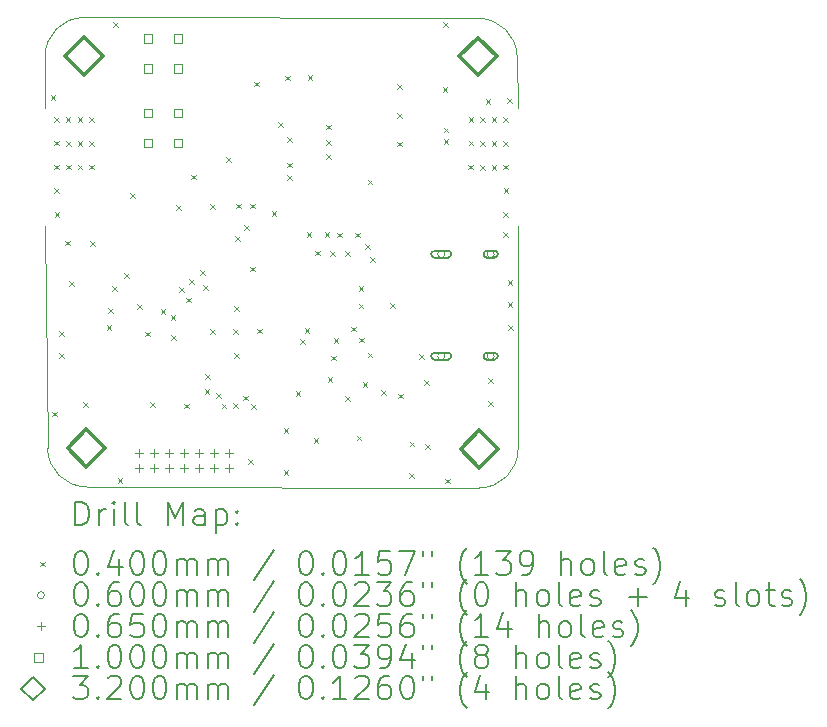
<source format=gbr>
%TF.GenerationSoftware,KiCad,Pcbnew,7.0.5-0*%
%TF.CreationDate,2023-07-12T10:20:29-04:00*%
%TF.ProjectId,stm32g431-mt6701-stspin233,73746d33-3267-4343-9331-2d6d74363730,rev?*%
%TF.SameCoordinates,Original*%
%TF.FileFunction,Drillmap*%
%TF.FilePolarity,Positive*%
%FSLAX45Y45*%
G04 Gerber Fmt 4.5, Leading zero omitted, Abs format (unit mm)*
G04 Created by KiCad (PCBNEW 7.0.5-0) date 2023-07-12 10:20:29*
%MOMM*%
%LPD*%
G01*
G04 APERTURE LIST*
%ADD10C,0.100000*%
%ADD11C,0.200000*%
%ADD12C,0.040000*%
%ADD13C,0.060000*%
%ADD14C,0.065000*%
%ADD15C,0.320000*%
G04 APERTURE END LIST*
D10*
X10850687Y-8380034D02*
G75*
G03*
X11180699Y-8707534I327513J4D01*
G01*
X14507534Y-8716811D02*
X11180699Y-8707534D01*
X14826813Y-5069966D02*
G75*
G03*
X14496801Y-4742466I-327513J-4D01*
G01*
X10830000Y-5065000D02*
X10832514Y-5500000D01*
X11157500Y-4734991D02*
X14496801Y-4742466D01*
X14826811Y-5069966D02*
X14832486Y-5500000D01*
X11157500Y-4734991D02*
G75*
G03*
X10830000Y-5065000I0J-327510D01*
G01*
X14832486Y-6500000D02*
X14835034Y-8386801D01*
X10850689Y-8380034D02*
X10832514Y-6500000D01*
X14507534Y-8716813D02*
G75*
G03*
X14835034Y-8386801I-4J327513D01*
G01*
D11*
D12*
X10877500Y-5395000D02*
X10917500Y-5435000D01*
X10917500Y-5395000D02*
X10877500Y-5435000D01*
X10890000Y-8072500D02*
X10930000Y-8112500D01*
X10930000Y-8072500D02*
X10890000Y-8112500D01*
X10905000Y-5580000D02*
X10945000Y-5620000D01*
X10945000Y-5580000D02*
X10905000Y-5620000D01*
X10907500Y-5777500D02*
X10947500Y-5817500D01*
X10947500Y-5777500D02*
X10907500Y-5817500D01*
X10907500Y-5980000D02*
X10947500Y-6020000D01*
X10947500Y-5980000D02*
X10907500Y-6020000D01*
X10907500Y-6180000D02*
X10947500Y-6220000D01*
X10947500Y-6180000D02*
X10907500Y-6220000D01*
X10910000Y-6380000D02*
X10950000Y-6420000D01*
X10950000Y-6380000D02*
X10910000Y-6420000D01*
X10947500Y-7392500D02*
X10987500Y-7432500D01*
X10987500Y-7392500D02*
X10947500Y-7432500D01*
X10947500Y-7577500D02*
X10987500Y-7617500D01*
X10987500Y-7577500D02*
X10947500Y-7617500D01*
X11000000Y-6625000D02*
X11040000Y-6665000D01*
X11040000Y-6625000D02*
X11000000Y-6665000D01*
X11005000Y-5580000D02*
X11045000Y-5620000D01*
X11045000Y-5580000D02*
X11005000Y-5620000D01*
X11007500Y-5780000D02*
X11047500Y-5820000D01*
X11047500Y-5780000D02*
X11007500Y-5820000D01*
X11007500Y-5980000D02*
X11047500Y-6020000D01*
X11047500Y-5980000D02*
X11007500Y-6020000D01*
X11035000Y-6970000D02*
X11075000Y-7010000D01*
X11075000Y-6970000D02*
X11035000Y-7010000D01*
X11105000Y-5577500D02*
X11145000Y-5617500D01*
X11145000Y-5577500D02*
X11105000Y-5617500D01*
X11105000Y-5780000D02*
X11145000Y-5820000D01*
X11145000Y-5780000D02*
X11105000Y-5820000D01*
X11105000Y-5980000D02*
X11145000Y-6020000D01*
X11145000Y-5980000D02*
X11105000Y-6020000D01*
X11155000Y-7990000D02*
X11195000Y-8030000D01*
X11195000Y-7990000D02*
X11155000Y-8030000D01*
X11202500Y-5580000D02*
X11242500Y-5620000D01*
X11242500Y-5580000D02*
X11202500Y-5620000D01*
X11205000Y-5780000D02*
X11245000Y-5820000D01*
X11245000Y-5780000D02*
X11205000Y-5820000D01*
X11205000Y-5980000D02*
X11245000Y-6020000D01*
X11245000Y-5980000D02*
X11205000Y-6020000D01*
X11212500Y-6627500D02*
X11252500Y-6667500D01*
X11252500Y-6627500D02*
X11212500Y-6667500D01*
X11350000Y-7342500D02*
X11390000Y-7382500D01*
X11390000Y-7342500D02*
X11350000Y-7382500D01*
X11361230Y-7196230D02*
X11401230Y-7236230D01*
X11401230Y-7196230D02*
X11361230Y-7236230D01*
X11400000Y-7007500D02*
X11440000Y-7047500D01*
X11440000Y-7007500D02*
X11400000Y-7047500D01*
X11407500Y-4775000D02*
X11447500Y-4815000D01*
X11447500Y-4775000D02*
X11407500Y-4815000D01*
X11445000Y-8632500D02*
X11485000Y-8672500D01*
X11485000Y-8632500D02*
X11445000Y-8672500D01*
X11497500Y-6900000D02*
X11537500Y-6940000D01*
X11537500Y-6900000D02*
X11497500Y-6940000D01*
X11547500Y-6220000D02*
X11587500Y-6260000D01*
X11587500Y-6220000D02*
X11547500Y-6260000D01*
X11608213Y-7162044D02*
X11648213Y-7202044D01*
X11648213Y-7162044D02*
X11608213Y-7202044D01*
X11676450Y-7394448D02*
X11716450Y-7434448D01*
X11716450Y-7394448D02*
X11676450Y-7434448D01*
X11720000Y-7992500D02*
X11760000Y-8032500D01*
X11760000Y-7992500D02*
X11720000Y-8032500D01*
X11808818Y-7203678D02*
X11848818Y-7243678D01*
X11848818Y-7203678D02*
X11808818Y-7243678D01*
X11893831Y-7256239D02*
X11933831Y-7296239D01*
X11933831Y-7256239D02*
X11893831Y-7296239D01*
X11895922Y-7422422D02*
X11935922Y-7462422D01*
X11935922Y-7422422D02*
X11895922Y-7462422D01*
X11940000Y-6322500D02*
X11980000Y-6362500D01*
X11980000Y-6322500D02*
X11940000Y-6362500D01*
X11964285Y-7020432D02*
X12004285Y-7060432D01*
X12004285Y-7020432D02*
X11964285Y-7060432D01*
X12005000Y-8005000D02*
X12045000Y-8045000D01*
X12045000Y-8005000D02*
X12005000Y-8045000D01*
X12026467Y-7106033D02*
X12066467Y-7146033D01*
X12066467Y-7106033D02*
X12026467Y-7146033D01*
X12049320Y-6947775D02*
X12089320Y-6987775D01*
X12089320Y-6947775D02*
X12049320Y-6987775D01*
X12066441Y-6066441D02*
X12106441Y-6106441D01*
X12106441Y-6066441D02*
X12066441Y-6106441D01*
X12140050Y-6872500D02*
X12180050Y-6912500D01*
X12180050Y-6872500D02*
X12140050Y-6912500D01*
X12165533Y-7001217D02*
X12205533Y-7041217D01*
X12205533Y-7001217D02*
X12165533Y-7041217D01*
X12181422Y-7884565D02*
X12221422Y-7924565D01*
X12221422Y-7884565D02*
X12181422Y-7924565D01*
X12185404Y-7756962D02*
X12225404Y-7796962D01*
X12225404Y-7756962D02*
X12185404Y-7796962D01*
X12225100Y-6312500D02*
X12265100Y-6352500D01*
X12265100Y-6312500D02*
X12225100Y-6352500D01*
X12230000Y-7372500D02*
X12270000Y-7412500D01*
X12270000Y-7372500D02*
X12230000Y-7412500D01*
X12276109Y-7916573D02*
X12316109Y-7956573D01*
X12316109Y-7916573D02*
X12276109Y-7956573D01*
X12325091Y-8005355D02*
X12365091Y-8045355D01*
X12365091Y-8005355D02*
X12325091Y-8045355D01*
X12364622Y-5920013D02*
X12404622Y-5960013D01*
X12404622Y-5920013D02*
X12364622Y-5960013D01*
X12425000Y-7375000D02*
X12465000Y-7415000D01*
X12465000Y-7375000D02*
X12425000Y-7415000D01*
X12425000Y-8002500D02*
X12465000Y-8042500D01*
X12465000Y-8002500D02*
X12425000Y-8042500D01*
X12427500Y-7575000D02*
X12467500Y-7615000D01*
X12467500Y-7575000D02*
X12427500Y-7615000D01*
X12430000Y-7177500D02*
X12470000Y-7217500D01*
X12470000Y-7177500D02*
X12430000Y-7217500D01*
X12438038Y-6585561D02*
X12478038Y-6625561D01*
X12478038Y-6585561D02*
X12438038Y-6625561D01*
X12445000Y-6310000D02*
X12485000Y-6350000D01*
X12485000Y-6310000D02*
X12445000Y-6350000D01*
X12506059Y-7936059D02*
X12546059Y-7976059D01*
X12546059Y-7936059D02*
X12506059Y-7976059D01*
X12514830Y-6495548D02*
X12554830Y-6535548D01*
X12554830Y-6495548D02*
X12514830Y-6535548D01*
X12550000Y-8475000D02*
X12590000Y-8515000D01*
X12590000Y-8475000D02*
X12550000Y-8515000D01*
X12563770Y-6310050D02*
X12603770Y-6350050D01*
X12603770Y-6310050D02*
X12563770Y-6350050D01*
X12565000Y-6845000D02*
X12605000Y-6885000D01*
X12605000Y-6845000D02*
X12565000Y-6885000D01*
X12573919Y-8009442D02*
X12613919Y-8049442D01*
X12613919Y-8009442D02*
X12573919Y-8049442D01*
X12600000Y-5277500D02*
X12640000Y-5317500D01*
X12640000Y-5277500D02*
X12600000Y-5317500D01*
X12627500Y-7370000D02*
X12667500Y-7410000D01*
X12667500Y-7370000D02*
X12627500Y-7410000D01*
X12747500Y-6372500D02*
X12787500Y-6412500D01*
X12787500Y-6372500D02*
X12747500Y-6412500D01*
X12802500Y-5622500D02*
X12842500Y-5662500D01*
X12842500Y-5622500D02*
X12802500Y-5662500D01*
X12850000Y-8212500D02*
X12890000Y-8252500D01*
X12890000Y-8212500D02*
X12850000Y-8252500D01*
X12850000Y-8567500D02*
X12890000Y-8607500D01*
X12890000Y-8567500D02*
X12850000Y-8607500D01*
X12860000Y-5227500D02*
X12900000Y-5267500D01*
X12900000Y-5227500D02*
X12860000Y-5267500D01*
X12880050Y-5745000D02*
X12920050Y-5785000D01*
X12920050Y-5745000D02*
X12880050Y-5785000D01*
X12880050Y-5965000D02*
X12920050Y-6005000D01*
X12920050Y-5965000D02*
X12880050Y-6005000D01*
X12880050Y-6071676D02*
X12920050Y-6111676D01*
X12920050Y-6071676D02*
X12880050Y-6111676D01*
X12950212Y-7895651D02*
X12990212Y-7935651D01*
X12990212Y-7895651D02*
X12950212Y-7935651D01*
X12991257Y-7459351D02*
X13031257Y-7499351D01*
X13031257Y-7459351D02*
X12991257Y-7499351D01*
X13028401Y-7366559D02*
X13068401Y-7406559D01*
X13068401Y-7366559D02*
X13028401Y-7406559D01*
X13045000Y-6552500D02*
X13085000Y-6592500D01*
X13085000Y-6552500D02*
X13045000Y-6592500D01*
X13052500Y-5225000D02*
X13092500Y-5265000D01*
X13092500Y-5225000D02*
X13052500Y-5265000D01*
X13102500Y-8295000D02*
X13142500Y-8335000D01*
X13142500Y-8295000D02*
X13102500Y-8335000D01*
X13117500Y-6710000D02*
X13157500Y-6750000D01*
X13157500Y-6710000D02*
X13117500Y-6750000D01*
X13197500Y-6555000D02*
X13237500Y-6595000D01*
X13237500Y-6555000D02*
X13197500Y-6595000D01*
X13212500Y-5642500D02*
X13252500Y-5682500D01*
X13252500Y-5642500D02*
X13212500Y-5682500D01*
X13212500Y-5772500D02*
X13252500Y-5812500D01*
X13252500Y-5772500D02*
X13212500Y-5812500D01*
X13212500Y-5892500D02*
X13252500Y-5932500D01*
X13252500Y-5892500D02*
X13212500Y-5932500D01*
X13222750Y-7782500D02*
X13262750Y-7822500D01*
X13262750Y-7782500D02*
X13222750Y-7822500D01*
X13245000Y-6712500D02*
X13285000Y-6752500D01*
X13285000Y-6712500D02*
X13245000Y-6752500D01*
X13252450Y-7598804D02*
X13292450Y-7638804D01*
X13292450Y-7598804D02*
X13252450Y-7638804D01*
X13272295Y-7447500D02*
X13312295Y-7487500D01*
X13312295Y-7447500D02*
X13272295Y-7487500D01*
X13300000Y-6557500D02*
X13340000Y-6597500D01*
X13340000Y-6557500D02*
X13300000Y-6597500D01*
X13368070Y-6715570D02*
X13408070Y-6755570D01*
X13408070Y-6715570D02*
X13368070Y-6755570D01*
X13372500Y-7940000D02*
X13412500Y-7980000D01*
X13412500Y-7940000D02*
X13372500Y-7980000D01*
X13418950Y-7352500D02*
X13458950Y-7392500D01*
X13458950Y-7352500D02*
X13418950Y-7392500D01*
X13455000Y-6557500D02*
X13495000Y-6597500D01*
X13495000Y-6557500D02*
X13455000Y-6597500D01*
X13467500Y-8275000D02*
X13507500Y-8315000D01*
X13507500Y-8275000D02*
X13467500Y-8315000D01*
X13485053Y-7007538D02*
X13525053Y-7047538D01*
X13525053Y-7007538D02*
X13485053Y-7047538D01*
X13485457Y-7158342D02*
X13525457Y-7198342D01*
X13525457Y-7158342D02*
X13485457Y-7198342D01*
X13491400Y-7445000D02*
X13531400Y-7485000D01*
X13531400Y-7445000D02*
X13491400Y-7485000D01*
X13518950Y-7819950D02*
X13558950Y-7859950D01*
X13558950Y-7819950D02*
X13518950Y-7859950D01*
X13542500Y-6655000D02*
X13582500Y-6695000D01*
X13582500Y-6655000D02*
X13542500Y-6695000D01*
X13560000Y-6107550D02*
X13600000Y-6147550D01*
X13600000Y-6107550D02*
X13560000Y-6147550D01*
X13561932Y-7571475D02*
X13601932Y-7611475D01*
X13601932Y-7571475D02*
X13561932Y-7611475D01*
X13585000Y-6762500D02*
X13625000Y-6802500D01*
X13625000Y-6762500D02*
X13585000Y-6802500D01*
X13672500Y-7890050D02*
X13712500Y-7930050D01*
X13712500Y-7890050D02*
X13672500Y-7930050D01*
X13748700Y-7155000D02*
X13788700Y-7195000D01*
X13788700Y-7155000D02*
X13748700Y-7195000D01*
X13810000Y-5297500D02*
X13850000Y-5337500D01*
X13850000Y-5297500D02*
X13810000Y-5337500D01*
X13810000Y-5545000D02*
X13850000Y-5585000D01*
X13850000Y-5545000D02*
X13810000Y-5585000D01*
X13810000Y-5785000D02*
X13850000Y-5825000D01*
X13850000Y-5785000D02*
X13810000Y-5825000D01*
X13821201Y-7918839D02*
X13861201Y-7958839D01*
X13861201Y-7918839D02*
X13821201Y-7958839D01*
X13915000Y-8590000D02*
X13955000Y-8630000D01*
X13955000Y-8590000D02*
X13915000Y-8630000D01*
X13915751Y-8325751D02*
X13955751Y-8365751D01*
X13955751Y-8325751D02*
X13915751Y-8365751D01*
X13999551Y-7582514D02*
X14039551Y-7622514D01*
X14039551Y-7582514D02*
X13999551Y-7622514D01*
X14040000Y-7802500D02*
X14080000Y-7842500D01*
X14080000Y-7802500D02*
X14040000Y-7842500D01*
X14050000Y-8345000D02*
X14090000Y-8385000D01*
X14090000Y-8345000D02*
X14050000Y-8385000D01*
X14195000Y-5322500D02*
X14235000Y-5362500D01*
X14235000Y-5322500D02*
X14195000Y-5362500D01*
X14200000Y-4772500D02*
X14240000Y-4812500D01*
X14240000Y-4772500D02*
X14200000Y-4812500D01*
X14205000Y-5667500D02*
X14245000Y-5707500D01*
X14245000Y-5667500D02*
X14205000Y-5707500D01*
X14205000Y-5762500D02*
X14245000Y-5802500D01*
X14245000Y-5762500D02*
X14205000Y-5802500D01*
X14215000Y-8640000D02*
X14255000Y-8680000D01*
X14255000Y-8640000D02*
X14215000Y-8680000D01*
X14412500Y-5980000D02*
X14452500Y-6020000D01*
X14452500Y-5980000D02*
X14412500Y-6020000D01*
X14415000Y-5577500D02*
X14455000Y-5617500D01*
X14455000Y-5577500D02*
X14415000Y-5617500D01*
X14415000Y-5777500D02*
X14455000Y-5817500D01*
X14455000Y-5777500D02*
X14415000Y-5817500D01*
X14515000Y-5577500D02*
X14555000Y-5617500D01*
X14555000Y-5577500D02*
X14515000Y-5617500D01*
X14515000Y-5780000D02*
X14555000Y-5820000D01*
X14555000Y-5780000D02*
X14515000Y-5820000D01*
X14515000Y-5982500D02*
X14555000Y-6022500D01*
X14555000Y-5982500D02*
X14515000Y-6022500D01*
X14560000Y-5425000D02*
X14600000Y-5465000D01*
X14600000Y-5425000D02*
X14560000Y-5465000D01*
X14580000Y-7790000D02*
X14620000Y-7830000D01*
X14620000Y-7790000D02*
X14580000Y-7830000D01*
X14580000Y-7985000D02*
X14620000Y-8025000D01*
X14620000Y-7985000D02*
X14580000Y-8025000D01*
X14610000Y-5580000D02*
X14650000Y-5620000D01*
X14650000Y-5580000D02*
X14610000Y-5620000D01*
X14610000Y-5780000D02*
X14650000Y-5820000D01*
X14650000Y-5780000D02*
X14610000Y-5820000D01*
X14610000Y-5982500D02*
X14650000Y-6022500D01*
X14650000Y-5982500D02*
X14610000Y-6022500D01*
X14707500Y-5580000D02*
X14747500Y-5620000D01*
X14747500Y-5580000D02*
X14707500Y-5620000D01*
X14710000Y-5780000D02*
X14750000Y-5820000D01*
X14750000Y-5780000D02*
X14710000Y-5820000D01*
X14710000Y-5980000D02*
X14750000Y-6020000D01*
X14750000Y-5980000D02*
X14710000Y-6020000D01*
X14710000Y-6380000D02*
X14750000Y-6420000D01*
X14750000Y-6380000D02*
X14710000Y-6420000D01*
X14710000Y-6555000D02*
X14750000Y-6595000D01*
X14750000Y-6555000D02*
X14710000Y-6595000D01*
X14712500Y-6180000D02*
X14752500Y-6220000D01*
X14752500Y-6180000D02*
X14712500Y-6220000D01*
X14742500Y-5415000D02*
X14782500Y-5455000D01*
X14782500Y-5415000D02*
X14742500Y-5455000D01*
X14745000Y-6957500D02*
X14785000Y-6997500D01*
X14785000Y-6957500D02*
X14745000Y-6997500D01*
X14745000Y-7142500D02*
X14785000Y-7182500D01*
X14785000Y-7142500D02*
X14745000Y-7182500D01*
X14747500Y-7340000D02*
X14787500Y-7380000D01*
X14787500Y-7340000D02*
X14747500Y-7380000D01*
D13*
X14214500Y-6738000D02*
G75*
G03*
X14214500Y-6738000I-30000J0D01*
G01*
D11*
X14129500Y-6768000D02*
X14239500Y-6768000D01*
X14239500Y-6768000D02*
G75*
G03*
X14239500Y-6708000I0J30000D01*
G01*
X14239500Y-6708000D02*
X14129500Y-6708000D01*
X14129500Y-6708000D02*
G75*
G03*
X14129500Y-6768000I0J-30000D01*
G01*
D13*
X14214500Y-7602000D02*
G75*
G03*
X14214500Y-7602000I-30000J0D01*
G01*
D11*
X14129500Y-7632000D02*
X14239500Y-7632000D01*
X14239500Y-7632000D02*
G75*
G03*
X14239500Y-7572000I0J30000D01*
G01*
X14239500Y-7572000D02*
X14129500Y-7572000D01*
X14129500Y-7572000D02*
G75*
G03*
X14129500Y-7632000I0J-30000D01*
G01*
D13*
X14632500Y-6738000D02*
G75*
G03*
X14632500Y-6738000I-30000J0D01*
G01*
D11*
X14572500Y-6768000D02*
X14632500Y-6768000D01*
X14632500Y-6768000D02*
G75*
G03*
X14632500Y-6708000I0J30000D01*
G01*
X14632500Y-6708000D02*
X14572500Y-6708000D01*
X14572500Y-6708000D02*
G75*
G03*
X14572500Y-6768000I0J-30000D01*
G01*
D13*
X14632500Y-7602000D02*
G75*
G03*
X14632500Y-7602000I-30000J0D01*
G01*
D11*
X14572500Y-7632000D02*
X14632500Y-7632000D01*
X14632500Y-7632000D02*
G75*
G03*
X14632500Y-7572000I0J30000D01*
G01*
X14632500Y-7572000D02*
X14572500Y-7572000D01*
X14572500Y-7572000D02*
G75*
G03*
X14572500Y-7632000I0J-30000D01*
G01*
D14*
X11627500Y-8388000D02*
X11627500Y-8453000D01*
X11595000Y-8420500D02*
X11660000Y-8420500D01*
X11627500Y-8515000D02*
X11627500Y-8580000D01*
X11595000Y-8547500D02*
X11660000Y-8547500D01*
X11754500Y-8388000D02*
X11754500Y-8453000D01*
X11722000Y-8420500D02*
X11787000Y-8420500D01*
X11754500Y-8515000D02*
X11754500Y-8580000D01*
X11722000Y-8547500D02*
X11787000Y-8547500D01*
X11881500Y-8388000D02*
X11881500Y-8453000D01*
X11849000Y-8420500D02*
X11914000Y-8420500D01*
X11881500Y-8515000D02*
X11881500Y-8580000D01*
X11849000Y-8547500D02*
X11914000Y-8547500D01*
X12008500Y-8388000D02*
X12008500Y-8453000D01*
X11976000Y-8420500D02*
X12041000Y-8420500D01*
X12008500Y-8515000D02*
X12008500Y-8580000D01*
X11976000Y-8547500D02*
X12041000Y-8547500D01*
X12135500Y-8388000D02*
X12135500Y-8453000D01*
X12103000Y-8420500D02*
X12168000Y-8420500D01*
X12135500Y-8515000D02*
X12135500Y-8580000D01*
X12103000Y-8547500D02*
X12168000Y-8547500D01*
X12262500Y-8388000D02*
X12262500Y-8453000D01*
X12230000Y-8420500D02*
X12295000Y-8420500D01*
X12262500Y-8515000D02*
X12262500Y-8580000D01*
X12230000Y-8547500D02*
X12295000Y-8547500D01*
X12389500Y-8388000D02*
X12389500Y-8453000D01*
X12357000Y-8420500D02*
X12422000Y-8420500D01*
X12389500Y-8515000D02*
X12389500Y-8580000D01*
X12357000Y-8547500D02*
X12422000Y-8547500D01*
D10*
X11733856Y-4948856D02*
X11733856Y-4878144D01*
X11663144Y-4878144D01*
X11663144Y-4948856D01*
X11733856Y-4948856D01*
X11733856Y-5202856D02*
X11733856Y-5132144D01*
X11663144Y-5132144D01*
X11663144Y-5202856D01*
X11733856Y-5202856D01*
X11733856Y-5577856D02*
X11733856Y-5507144D01*
X11663144Y-5507144D01*
X11663144Y-5577856D01*
X11733856Y-5577856D01*
X11733856Y-5831856D02*
X11733856Y-5761144D01*
X11663144Y-5761144D01*
X11663144Y-5831856D01*
X11733856Y-5831856D01*
X11987856Y-4948856D02*
X11987856Y-4878144D01*
X11917144Y-4878144D01*
X11917144Y-4948856D01*
X11987856Y-4948856D01*
X11987856Y-5202856D02*
X11987856Y-5132144D01*
X11917144Y-5132144D01*
X11917144Y-5202856D01*
X11987856Y-5202856D01*
X11987856Y-5577856D02*
X11987856Y-5507144D01*
X11917144Y-5507144D01*
X11917144Y-5577856D01*
X11987856Y-5577856D01*
X11987856Y-5831856D02*
X11987856Y-5761144D01*
X11917144Y-5761144D01*
X11917144Y-5831856D01*
X11987856Y-5831856D01*
D15*
X11160000Y-5222500D02*
X11320000Y-5062500D01*
X11160000Y-4902500D01*
X11000000Y-5062500D01*
X11160000Y-5222500D01*
X11180000Y-8540000D02*
X11340000Y-8380000D01*
X11180000Y-8220000D01*
X11020000Y-8380000D01*
X11180000Y-8540000D01*
X14495000Y-5225000D02*
X14655000Y-5065000D01*
X14495000Y-4905000D01*
X14335000Y-5065000D01*
X14495000Y-5225000D01*
X14507500Y-8547500D02*
X14667500Y-8387500D01*
X14507500Y-8227500D01*
X14347500Y-8387500D01*
X14507500Y-8547500D01*
D11*
X11085767Y-9033295D02*
X11085767Y-8833295D01*
X11085767Y-8833295D02*
X11133386Y-8833295D01*
X11133386Y-8833295D02*
X11161958Y-8842819D01*
X11161958Y-8842819D02*
X11181005Y-8861866D01*
X11181005Y-8861866D02*
X11190529Y-8880914D01*
X11190529Y-8880914D02*
X11200053Y-8919009D01*
X11200053Y-8919009D02*
X11200053Y-8947580D01*
X11200053Y-8947580D02*
X11190529Y-8985676D01*
X11190529Y-8985676D02*
X11181005Y-9004723D01*
X11181005Y-9004723D02*
X11161958Y-9023771D01*
X11161958Y-9023771D02*
X11133386Y-9033295D01*
X11133386Y-9033295D02*
X11085767Y-9033295D01*
X11285767Y-9033295D02*
X11285767Y-8899961D01*
X11285767Y-8938057D02*
X11295291Y-8919009D01*
X11295291Y-8919009D02*
X11304815Y-8909485D01*
X11304815Y-8909485D02*
X11323862Y-8899961D01*
X11323862Y-8899961D02*
X11342910Y-8899961D01*
X11409577Y-9033295D02*
X11409577Y-8899961D01*
X11409577Y-8833295D02*
X11400053Y-8842819D01*
X11400053Y-8842819D02*
X11409577Y-8852342D01*
X11409577Y-8852342D02*
X11419101Y-8842819D01*
X11419101Y-8842819D02*
X11409577Y-8833295D01*
X11409577Y-8833295D02*
X11409577Y-8852342D01*
X11533386Y-9033295D02*
X11514339Y-9023771D01*
X11514339Y-9023771D02*
X11504815Y-9004723D01*
X11504815Y-9004723D02*
X11504815Y-8833295D01*
X11638148Y-9033295D02*
X11619101Y-9023771D01*
X11619101Y-9023771D02*
X11609577Y-9004723D01*
X11609577Y-9004723D02*
X11609577Y-8833295D01*
X11866720Y-9033295D02*
X11866720Y-8833295D01*
X11866720Y-8833295D02*
X11933386Y-8976152D01*
X11933386Y-8976152D02*
X12000053Y-8833295D01*
X12000053Y-8833295D02*
X12000053Y-9033295D01*
X12181005Y-9033295D02*
X12181005Y-8928533D01*
X12181005Y-8928533D02*
X12171482Y-8909485D01*
X12171482Y-8909485D02*
X12152434Y-8899961D01*
X12152434Y-8899961D02*
X12114339Y-8899961D01*
X12114339Y-8899961D02*
X12095291Y-8909485D01*
X12181005Y-9023771D02*
X12161958Y-9033295D01*
X12161958Y-9033295D02*
X12114339Y-9033295D01*
X12114339Y-9033295D02*
X12095291Y-9023771D01*
X12095291Y-9023771D02*
X12085767Y-9004723D01*
X12085767Y-9004723D02*
X12085767Y-8985676D01*
X12085767Y-8985676D02*
X12095291Y-8966628D01*
X12095291Y-8966628D02*
X12114339Y-8957104D01*
X12114339Y-8957104D02*
X12161958Y-8957104D01*
X12161958Y-8957104D02*
X12181005Y-8947580D01*
X12276243Y-8899961D02*
X12276243Y-9099961D01*
X12276243Y-8909485D02*
X12295291Y-8899961D01*
X12295291Y-8899961D02*
X12333386Y-8899961D01*
X12333386Y-8899961D02*
X12352434Y-8909485D01*
X12352434Y-8909485D02*
X12361958Y-8919009D01*
X12361958Y-8919009D02*
X12371482Y-8938057D01*
X12371482Y-8938057D02*
X12371482Y-8995199D01*
X12371482Y-8995199D02*
X12361958Y-9014247D01*
X12361958Y-9014247D02*
X12352434Y-9023771D01*
X12352434Y-9023771D02*
X12333386Y-9033295D01*
X12333386Y-9033295D02*
X12295291Y-9033295D01*
X12295291Y-9033295D02*
X12276243Y-9023771D01*
X12457196Y-9014247D02*
X12466720Y-9023771D01*
X12466720Y-9023771D02*
X12457196Y-9033295D01*
X12457196Y-9033295D02*
X12447672Y-9023771D01*
X12447672Y-9023771D02*
X12457196Y-9014247D01*
X12457196Y-9014247D02*
X12457196Y-9033295D01*
X12457196Y-8909485D02*
X12466720Y-8919009D01*
X12466720Y-8919009D02*
X12457196Y-8928533D01*
X12457196Y-8928533D02*
X12447672Y-8919009D01*
X12447672Y-8919009D02*
X12457196Y-8909485D01*
X12457196Y-8909485D02*
X12457196Y-8928533D01*
D12*
X10784991Y-9341811D02*
X10824991Y-9381811D01*
X10824991Y-9341811D02*
X10784991Y-9381811D01*
D11*
X11123863Y-9253295D02*
X11142910Y-9253295D01*
X11142910Y-9253295D02*
X11161958Y-9262819D01*
X11161958Y-9262819D02*
X11171482Y-9272342D01*
X11171482Y-9272342D02*
X11181005Y-9291390D01*
X11181005Y-9291390D02*
X11190529Y-9329485D01*
X11190529Y-9329485D02*
X11190529Y-9377104D01*
X11190529Y-9377104D02*
X11181005Y-9415199D01*
X11181005Y-9415199D02*
X11171482Y-9434247D01*
X11171482Y-9434247D02*
X11161958Y-9443771D01*
X11161958Y-9443771D02*
X11142910Y-9453295D01*
X11142910Y-9453295D02*
X11123863Y-9453295D01*
X11123863Y-9453295D02*
X11104815Y-9443771D01*
X11104815Y-9443771D02*
X11095291Y-9434247D01*
X11095291Y-9434247D02*
X11085767Y-9415199D01*
X11085767Y-9415199D02*
X11076244Y-9377104D01*
X11076244Y-9377104D02*
X11076244Y-9329485D01*
X11076244Y-9329485D02*
X11085767Y-9291390D01*
X11085767Y-9291390D02*
X11095291Y-9272342D01*
X11095291Y-9272342D02*
X11104815Y-9262819D01*
X11104815Y-9262819D02*
X11123863Y-9253295D01*
X11276243Y-9434247D02*
X11285767Y-9443771D01*
X11285767Y-9443771D02*
X11276243Y-9453295D01*
X11276243Y-9453295D02*
X11266720Y-9443771D01*
X11266720Y-9443771D02*
X11276243Y-9434247D01*
X11276243Y-9434247D02*
X11276243Y-9453295D01*
X11457196Y-9319961D02*
X11457196Y-9453295D01*
X11409577Y-9243771D02*
X11361958Y-9386628D01*
X11361958Y-9386628D02*
X11485767Y-9386628D01*
X11600053Y-9253295D02*
X11619101Y-9253295D01*
X11619101Y-9253295D02*
X11638148Y-9262819D01*
X11638148Y-9262819D02*
X11647672Y-9272342D01*
X11647672Y-9272342D02*
X11657196Y-9291390D01*
X11657196Y-9291390D02*
X11666720Y-9329485D01*
X11666720Y-9329485D02*
X11666720Y-9377104D01*
X11666720Y-9377104D02*
X11657196Y-9415199D01*
X11657196Y-9415199D02*
X11647672Y-9434247D01*
X11647672Y-9434247D02*
X11638148Y-9443771D01*
X11638148Y-9443771D02*
X11619101Y-9453295D01*
X11619101Y-9453295D02*
X11600053Y-9453295D01*
X11600053Y-9453295D02*
X11581005Y-9443771D01*
X11581005Y-9443771D02*
X11571482Y-9434247D01*
X11571482Y-9434247D02*
X11561958Y-9415199D01*
X11561958Y-9415199D02*
X11552434Y-9377104D01*
X11552434Y-9377104D02*
X11552434Y-9329485D01*
X11552434Y-9329485D02*
X11561958Y-9291390D01*
X11561958Y-9291390D02*
X11571482Y-9272342D01*
X11571482Y-9272342D02*
X11581005Y-9262819D01*
X11581005Y-9262819D02*
X11600053Y-9253295D01*
X11790529Y-9253295D02*
X11809577Y-9253295D01*
X11809577Y-9253295D02*
X11828624Y-9262819D01*
X11828624Y-9262819D02*
X11838148Y-9272342D01*
X11838148Y-9272342D02*
X11847672Y-9291390D01*
X11847672Y-9291390D02*
X11857196Y-9329485D01*
X11857196Y-9329485D02*
X11857196Y-9377104D01*
X11857196Y-9377104D02*
X11847672Y-9415199D01*
X11847672Y-9415199D02*
X11838148Y-9434247D01*
X11838148Y-9434247D02*
X11828624Y-9443771D01*
X11828624Y-9443771D02*
X11809577Y-9453295D01*
X11809577Y-9453295D02*
X11790529Y-9453295D01*
X11790529Y-9453295D02*
X11771482Y-9443771D01*
X11771482Y-9443771D02*
X11761958Y-9434247D01*
X11761958Y-9434247D02*
X11752434Y-9415199D01*
X11752434Y-9415199D02*
X11742910Y-9377104D01*
X11742910Y-9377104D02*
X11742910Y-9329485D01*
X11742910Y-9329485D02*
X11752434Y-9291390D01*
X11752434Y-9291390D02*
X11761958Y-9272342D01*
X11761958Y-9272342D02*
X11771482Y-9262819D01*
X11771482Y-9262819D02*
X11790529Y-9253295D01*
X11942910Y-9453295D02*
X11942910Y-9319961D01*
X11942910Y-9339009D02*
X11952434Y-9329485D01*
X11952434Y-9329485D02*
X11971482Y-9319961D01*
X11971482Y-9319961D02*
X12000053Y-9319961D01*
X12000053Y-9319961D02*
X12019101Y-9329485D01*
X12019101Y-9329485D02*
X12028624Y-9348533D01*
X12028624Y-9348533D02*
X12028624Y-9453295D01*
X12028624Y-9348533D02*
X12038148Y-9329485D01*
X12038148Y-9329485D02*
X12057196Y-9319961D01*
X12057196Y-9319961D02*
X12085767Y-9319961D01*
X12085767Y-9319961D02*
X12104815Y-9329485D01*
X12104815Y-9329485D02*
X12114339Y-9348533D01*
X12114339Y-9348533D02*
X12114339Y-9453295D01*
X12209577Y-9453295D02*
X12209577Y-9319961D01*
X12209577Y-9339009D02*
X12219101Y-9329485D01*
X12219101Y-9329485D02*
X12238148Y-9319961D01*
X12238148Y-9319961D02*
X12266720Y-9319961D01*
X12266720Y-9319961D02*
X12285767Y-9329485D01*
X12285767Y-9329485D02*
X12295291Y-9348533D01*
X12295291Y-9348533D02*
X12295291Y-9453295D01*
X12295291Y-9348533D02*
X12304815Y-9329485D01*
X12304815Y-9329485D02*
X12323863Y-9319961D01*
X12323863Y-9319961D02*
X12352434Y-9319961D01*
X12352434Y-9319961D02*
X12371482Y-9329485D01*
X12371482Y-9329485D02*
X12381005Y-9348533D01*
X12381005Y-9348533D02*
X12381005Y-9453295D01*
X12771482Y-9243771D02*
X12600053Y-9500914D01*
X13028625Y-9253295D02*
X13047672Y-9253295D01*
X13047672Y-9253295D02*
X13066720Y-9262819D01*
X13066720Y-9262819D02*
X13076244Y-9272342D01*
X13076244Y-9272342D02*
X13085767Y-9291390D01*
X13085767Y-9291390D02*
X13095291Y-9329485D01*
X13095291Y-9329485D02*
X13095291Y-9377104D01*
X13095291Y-9377104D02*
X13085767Y-9415199D01*
X13085767Y-9415199D02*
X13076244Y-9434247D01*
X13076244Y-9434247D02*
X13066720Y-9443771D01*
X13066720Y-9443771D02*
X13047672Y-9453295D01*
X13047672Y-9453295D02*
X13028625Y-9453295D01*
X13028625Y-9453295D02*
X13009577Y-9443771D01*
X13009577Y-9443771D02*
X13000053Y-9434247D01*
X13000053Y-9434247D02*
X12990529Y-9415199D01*
X12990529Y-9415199D02*
X12981006Y-9377104D01*
X12981006Y-9377104D02*
X12981006Y-9329485D01*
X12981006Y-9329485D02*
X12990529Y-9291390D01*
X12990529Y-9291390D02*
X13000053Y-9272342D01*
X13000053Y-9272342D02*
X13009577Y-9262819D01*
X13009577Y-9262819D02*
X13028625Y-9253295D01*
X13181006Y-9434247D02*
X13190529Y-9443771D01*
X13190529Y-9443771D02*
X13181006Y-9453295D01*
X13181006Y-9453295D02*
X13171482Y-9443771D01*
X13171482Y-9443771D02*
X13181006Y-9434247D01*
X13181006Y-9434247D02*
X13181006Y-9453295D01*
X13314339Y-9253295D02*
X13333387Y-9253295D01*
X13333387Y-9253295D02*
X13352434Y-9262819D01*
X13352434Y-9262819D02*
X13361958Y-9272342D01*
X13361958Y-9272342D02*
X13371482Y-9291390D01*
X13371482Y-9291390D02*
X13381006Y-9329485D01*
X13381006Y-9329485D02*
X13381006Y-9377104D01*
X13381006Y-9377104D02*
X13371482Y-9415199D01*
X13371482Y-9415199D02*
X13361958Y-9434247D01*
X13361958Y-9434247D02*
X13352434Y-9443771D01*
X13352434Y-9443771D02*
X13333387Y-9453295D01*
X13333387Y-9453295D02*
X13314339Y-9453295D01*
X13314339Y-9453295D02*
X13295291Y-9443771D01*
X13295291Y-9443771D02*
X13285767Y-9434247D01*
X13285767Y-9434247D02*
X13276244Y-9415199D01*
X13276244Y-9415199D02*
X13266720Y-9377104D01*
X13266720Y-9377104D02*
X13266720Y-9329485D01*
X13266720Y-9329485D02*
X13276244Y-9291390D01*
X13276244Y-9291390D02*
X13285767Y-9272342D01*
X13285767Y-9272342D02*
X13295291Y-9262819D01*
X13295291Y-9262819D02*
X13314339Y-9253295D01*
X13571482Y-9453295D02*
X13457196Y-9453295D01*
X13514339Y-9453295D02*
X13514339Y-9253295D01*
X13514339Y-9253295D02*
X13495291Y-9281866D01*
X13495291Y-9281866D02*
X13476244Y-9300914D01*
X13476244Y-9300914D02*
X13457196Y-9310438D01*
X13752434Y-9253295D02*
X13657196Y-9253295D01*
X13657196Y-9253295D02*
X13647672Y-9348533D01*
X13647672Y-9348533D02*
X13657196Y-9339009D01*
X13657196Y-9339009D02*
X13676244Y-9329485D01*
X13676244Y-9329485D02*
X13723863Y-9329485D01*
X13723863Y-9329485D02*
X13742910Y-9339009D01*
X13742910Y-9339009D02*
X13752434Y-9348533D01*
X13752434Y-9348533D02*
X13761958Y-9367580D01*
X13761958Y-9367580D02*
X13761958Y-9415199D01*
X13761958Y-9415199D02*
X13752434Y-9434247D01*
X13752434Y-9434247D02*
X13742910Y-9443771D01*
X13742910Y-9443771D02*
X13723863Y-9453295D01*
X13723863Y-9453295D02*
X13676244Y-9453295D01*
X13676244Y-9453295D02*
X13657196Y-9443771D01*
X13657196Y-9443771D02*
X13647672Y-9434247D01*
X13828625Y-9253295D02*
X13961958Y-9253295D01*
X13961958Y-9253295D02*
X13876244Y-9453295D01*
X14028625Y-9253295D02*
X14028625Y-9291390D01*
X14104815Y-9253295D02*
X14104815Y-9291390D01*
X14400053Y-9529485D02*
X14390529Y-9519961D01*
X14390529Y-9519961D02*
X14371482Y-9491390D01*
X14371482Y-9491390D02*
X14361958Y-9472342D01*
X14361958Y-9472342D02*
X14352434Y-9443771D01*
X14352434Y-9443771D02*
X14342910Y-9396152D01*
X14342910Y-9396152D02*
X14342910Y-9358057D01*
X14342910Y-9358057D02*
X14352434Y-9310438D01*
X14352434Y-9310438D02*
X14361958Y-9281866D01*
X14361958Y-9281866D02*
X14371482Y-9262819D01*
X14371482Y-9262819D02*
X14390529Y-9234247D01*
X14390529Y-9234247D02*
X14400053Y-9224723D01*
X14581006Y-9453295D02*
X14466720Y-9453295D01*
X14523863Y-9453295D02*
X14523863Y-9253295D01*
X14523863Y-9253295D02*
X14504815Y-9281866D01*
X14504815Y-9281866D02*
X14485768Y-9300914D01*
X14485768Y-9300914D02*
X14466720Y-9310438D01*
X14647672Y-9253295D02*
X14771482Y-9253295D01*
X14771482Y-9253295D02*
X14704815Y-9329485D01*
X14704815Y-9329485D02*
X14733387Y-9329485D01*
X14733387Y-9329485D02*
X14752434Y-9339009D01*
X14752434Y-9339009D02*
X14761958Y-9348533D01*
X14761958Y-9348533D02*
X14771482Y-9367580D01*
X14771482Y-9367580D02*
X14771482Y-9415199D01*
X14771482Y-9415199D02*
X14761958Y-9434247D01*
X14761958Y-9434247D02*
X14752434Y-9443771D01*
X14752434Y-9443771D02*
X14733387Y-9453295D01*
X14733387Y-9453295D02*
X14676244Y-9453295D01*
X14676244Y-9453295D02*
X14657196Y-9443771D01*
X14657196Y-9443771D02*
X14647672Y-9434247D01*
X14866720Y-9453295D02*
X14904815Y-9453295D01*
X14904815Y-9453295D02*
X14923863Y-9443771D01*
X14923863Y-9443771D02*
X14933387Y-9434247D01*
X14933387Y-9434247D02*
X14952434Y-9405676D01*
X14952434Y-9405676D02*
X14961958Y-9367580D01*
X14961958Y-9367580D02*
X14961958Y-9291390D01*
X14961958Y-9291390D02*
X14952434Y-9272342D01*
X14952434Y-9272342D02*
X14942910Y-9262819D01*
X14942910Y-9262819D02*
X14923863Y-9253295D01*
X14923863Y-9253295D02*
X14885768Y-9253295D01*
X14885768Y-9253295D02*
X14866720Y-9262819D01*
X14866720Y-9262819D02*
X14857196Y-9272342D01*
X14857196Y-9272342D02*
X14847672Y-9291390D01*
X14847672Y-9291390D02*
X14847672Y-9339009D01*
X14847672Y-9339009D02*
X14857196Y-9358057D01*
X14857196Y-9358057D02*
X14866720Y-9367580D01*
X14866720Y-9367580D02*
X14885768Y-9377104D01*
X14885768Y-9377104D02*
X14923863Y-9377104D01*
X14923863Y-9377104D02*
X14942910Y-9367580D01*
X14942910Y-9367580D02*
X14952434Y-9358057D01*
X14952434Y-9358057D02*
X14961958Y-9339009D01*
X15200053Y-9453295D02*
X15200053Y-9253295D01*
X15285768Y-9453295D02*
X15285768Y-9348533D01*
X15285768Y-9348533D02*
X15276244Y-9329485D01*
X15276244Y-9329485D02*
X15257196Y-9319961D01*
X15257196Y-9319961D02*
X15228625Y-9319961D01*
X15228625Y-9319961D02*
X15209577Y-9329485D01*
X15209577Y-9329485D02*
X15200053Y-9339009D01*
X15409577Y-9453295D02*
X15390530Y-9443771D01*
X15390530Y-9443771D02*
X15381006Y-9434247D01*
X15381006Y-9434247D02*
X15371482Y-9415199D01*
X15371482Y-9415199D02*
X15371482Y-9358057D01*
X15371482Y-9358057D02*
X15381006Y-9339009D01*
X15381006Y-9339009D02*
X15390530Y-9329485D01*
X15390530Y-9329485D02*
X15409577Y-9319961D01*
X15409577Y-9319961D02*
X15438149Y-9319961D01*
X15438149Y-9319961D02*
X15457196Y-9329485D01*
X15457196Y-9329485D02*
X15466720Y-9339009D01*
X15466720Y-9339009D02*
X15476244Y-9358057D01*
X15476244Y-9358057D02*
X15476244Y-9415199D01*
X15476244Y-9415199D02*
X15466720Y-9434247D01*
X15466720Y-9434247D02*
X15457196Y-9443771D01*
X15457196Y-9443771D02*
X15438149Y-9453295D01*
X15438149Y-9453295D02*
X15409577Y-9453295D01*
X15590530Y-9453295D02*
X15571482Y-9443771D01*
X15571482Y-9443771D02*
X15561958Y-9424723D01*
X15561958Y-9424723D02*
X15561958Y-9253295D01*
X15742911Y-9443771D02*
X15723863Y-9453295D01*
X15723863Y-9453295D02*
X15685768Y-9453295D01*
X15685768Y-9453295D02*
X15666720Y-9443771D01*
X15666720Y-9443771D02*
X15657196Y-9424723D01*
X15657196Y-9424723D02*
X15657196Y-9348533D01*
X15657196Y-9348533D02*
X15666720Y-9329485D01*
X15666720Y-9329485D02*
X15685768Y-9319961D01*
X15685768Y-9319961D02*
X15723863Y-9319961D01*
X15723863Y-9319961D02*
X15742911Y-9329485D01*
X15742911Y-9329485D02*
X15752434Y-9348533D01*
X15752434Y-9348533D02*
X15752434Y-9367580D01*
X15752434Y-9367580D02*
X15657196Y-9386628D01*
X15828625Y-9443771D02*
X15847672Y-9453295D01*
X15847672Y-9453295D02*
X15885768Y-9453295D01*
X15885768Y-9453295D02*
X15904815Y-9443771D01*
X15904815Y-9443771D02*
X15914339Y-9424723D01*
X15914339Y-9424723D02*
X15914339Y-9415199D01*
X15914339Y-9415199D02*
X15904815Y-9396152D01*
X15904815Y-9396152D02*
X15885768Y-9386628D01*
X15885768Y-9386628D02*
X15857196Y-9386628D01*
X15857196Y-9386628D02*
X15838149Y-9377104D01*
X15838149Y-9377104D02*
X15828625Y-9358057D01*
X15828625Y-9358057D02*
X15828625Y-9348533D01*
X15828625Y-9348533D02*
X15838149Y-9329485D01*
X15838149Y-9329485D02*
X15857196Y-9319961D01*
X15857196Y-9319961D02*
X15885768Y-9319961D01*
X15885768Y-9319961D02*
X15904815Y-9329485D01*
X15981006Y-9529485D02*
X15990530Y-9519961D01*
X15990530Y-9519961D02*
X16009577Y-9491390D01*
X16009577Y-9491390D02*
X16019101Y-9472342D01*
X16019101Y-9472342D02*
X16028625Y-9443771D01*
X16028625Y-9443771D02*
X16038149Y-9396152D01*
X16038149Y-9396152D02*
X16038149Y-9358057D01*
X16038149Y-9358057D02*
X16028625Y-9310438D01*
X16028625Y-9310438D02*
X16019101Y-9281866D01*
X16019101Y-9281866D02*
X16009577Y-9262819D01*
X16009577Y-9262819D02*
X15990530Y-9234247D01*
X15990530Y-9234247D02*
X15981006Y-9224723D01*
D13*
X10824991Y-9625811D02*
G75*
G03*
X10824991Y-9625811I-30000J0D01*
G01*
D11*
X11123863Y-9517295D02*
X11142910Y-9517295D01*
X11142910Y-9517295D02*
X11161958Y-9526819D01*
X11161958Y-9526819D02*
X11171482Y-9536342D01*
X11171482Y-9536342D02*
X11181005Y-9555390D01*
X11181005Y-9555390D02*
X11190529Y-9593485D01*
X11190529Y-9593485D02*
X11190529Y-9641104D01*
X11190529Y-9641104D02*
X11181005Y-9679199D01*
X11181005Y-9679199D02*
X11171482Y-9698247D01*
X11171482Y-9698247D02*
X11161958Y-9707771D01*
X11161958Y-9707771D02*
X11142910Y-9717295D01*
X11142910Y-9717295D02*
X11123863Y-9717295D01*
X11123863Y-9717295D02*
X11104815Y-9707771D01*
X11104815Y-9707771D02*
X11095291Y-9698247D01*
X11095291Y-9698247D02*
X11085767Y-9679199D01*
X11085767Y-9679199D02*
X11076244Y-9641104D01*
X11076244Y-9641104D02*
X11076244Y-9593485D01*
X11076244Y-9593485D02*
X11085767Y-9555390D01*
X11085767Y-9555390D02*
X11095291Y-9536342D01*
X11095291Y-9536342D02*
X11104815Y-9526819D01*
X11104815Y-9526819D02*
X11123863Y-9517295D01*
X11276243Y-9698247D02*
X11285767Y-9707771D01*
X11285767Y-9707771D02*
X11276243Y-9717295D01*
X11276243Y-9717295D02*
X11266720Y-9707771D01*
X11266720Y-9707771D02*
X11276243Y-9698247D01*
X11276243Y-9698247D02*
X11276243Y-9717295D01*
X11457196Y-9517295D02*
X11419101Y-9517295D01*
X11419101Y-9517295D02*
X11400053Y-9526819D01*
X11400053Y-9526819D02*
X11390529Y-9536342D01*
X11390529Y-9536342D02*
X11371482Y-9564914D01*
X11371482Y-9564914D02*
X11361958Y-9603009D01*
X11361958Y-9603009D02*
X11361958Y-9679199D01*
X11361958Y-9679199D02*
X11371482Y-9698247D01*
X11371482Y-9698247D02*
X11381005Y-9707771D01*
X11381005Y-9707771D02*
X11400053Y-9717295D01*
X11400053Y-9717295D02*
X11438148Y-9717295D01*
X11438148Y-9717295D02*
X11457196Y-9707771D01*
X11457196Y-9707771D02*
X11466720Y-9698247D01*
X11466720Y-9698247D02*
X11476243Y-9679199D01*
X11476243Y-9679199D02*
X11476243Y-9631580D01*
X11476243Y-9631580D02*
X11466720Y-9612533D01*
X11466720Y-9612533D02*
X11457196Y-9603009D01*
X11457196Y-9603009D02*
X11438148Y-9593485D01*
X11438148Y-9593485D02*
X11400053Y-9593485D01*
X11400053Y-9593485D02*
X11381005Y-9603009D01*
X11381005Y-9603009D02*
X11371482Y-9612533D01*
X11371482Y-9612533D02*
X11361958Y-9631580D01*
X11600053Y-9517295D02*
X11619101Y-9517295D01*
X11619101Y-9517295D02*
X11638148Y-9526819D01*
X11638148Y-9526819D02*
X11647672Y-9536342D01*
X11647672Y-9536342D02*
X11657196Y-9555390D01*
X11657196Y-9555390D02*
X11666720Y-9593485D01*
X11666720Y-9593485D02*
X11666720Y-9641104D01*
X11666720Y-9641104D02*
X11657196Y-9679199D01*
X11657196Y-9679199D02*
X11647672Y-9698247D01*
X11647672Y-9698247D02*
X11638148Y-9707771D01*
X11638148Y-9707771D02*
X11619101Y-9717295D01*
X11619101Y-9717295D02*
X11600053Y-9717295D01*
X11600053Y-9717295D02*
X11581005Y-9707771D01*
X11581005Y-9707771D02*
X11571482Y-9698247D01*
X11571482Y-9698247D02*
X11561958Y-9679199D01*
X11561958Y-9679199D02*
X11552434Y-9641104D01*
X11552434Y-9641104D02*
X11552434Y-9593485D01*
X11552434Y-9593485D02*
X11561958Y-9555390D01*
X11561958Y-9555390D02*
X11571482Y-9536342D01*
X11571482Y-9536342D02*
X11581005Y-9526819D01*
X11581005Y-9526819D02*
X11600053Y-9517295D01*
X11790529Y-9517295D02*
X11809577Y-9517295D01*
X11809577Y-9517295D02*
X11828624Y-9526819D01*
X11828624Y-9526819D02*
X11838148Y-9536342D01*
X11838148Y-9536342D02*
X11847672Y-9555390D01*
X11847672Y-9555390D02*
X11857196Y-9593485D01*
X11857196Y-9593485D02*
X11857196Y-9641104D01*
X11857196Y-9641104D02*
X11847672Y-9679199D01*
X11847672Y-9679199D02*
X11838148Y-9698247D01*
X11838148Y-9698247D02*
X11828624Y-9707771D01*
X11828624Y-9707771D02*
X11809577Y-9717295D01*
X11809577Y-9717295D02*
X11790529Y-9717295D01*
X11790529Y-9717295D02*
X11771482Y-9707771D01*
X11771482Y-9707771D02*
X11761958Y-9698247D01*
X11761958Y-9698247D02*
X11752434Y-9679199D01*
X11752434Y-9679199D02*
X11742910Y-9641104D01*
X11742910Y-9641104D02*
X11742910Y-9593485D01*
X11742910Y-9593485D02*
X11752434Y-9555390D01*
X11752434Y-9555390D02*
X11761958Y-9536342D01*
X11761958Y-9536342D02*
X11771482Y-9526819D01*
X11771482Y-9526819D02*
X11790529Y-9517295D01*
X11942910Y-9717295D02*
X11942910Y-9583961D01*
X11942910Y-9603009D02*
X11952434Y-9593485D01*
X11952434Y-9593485D02*
X11971482Y-9583961D01*
X11971482Y-9583961D02*
X12000053Y-9583961D01*
X12000053Y-9583961D02*
X12019101Y-9593485D01*
X12019101Y-9593485D02*
X12028624Y-9612533D01*
X12028624Y-9612533D02*
X12028624Y-9717295D01*
X12028624Y-9612533D02*
X12038148Y-9593485D01*
X12038148Y-9593485D02*
X12057196Y-9583961D01*
X12057196Y-9583961D02*
X12085767Y-9583961D01*
X12085767Y-9583961D02*
X12104815Y-9593485D01*
X12104815Y-9593485D02*
X12114339Y-9612533D01*
X12114339Y-9612533D02*
X12114339Y-9717295D01*
X12209577Y-9717295D02*
X12209577Y-9583961D01*
X12209577Y-9603009D02*
X12219101Y-9593485D01*
X12219101Y-9593485D02*
X12238148Y-9583961D01*
X12238148Y-9583961D02*
X12266720Y-9583961D01*
X12266720Y-9583961D02*
X12285767Y-9593485D01*
X12285767Y-9593485D02*
X12295291Y-9612533D01*
X12295291Y-9612533D02*
X12295291Y-9717295D01*
X12295291Y-9612533D02*
X12304815Y-9593485D01*
X12304815Y-9593485D02*
X12323863Y-9583961D01*
X12323863Y-9583961D02*
X12352434Y-9583961D01*
X12352434Y-9583961D02*
X12371482Y-9593485D01*
X12371482Y-9593485D02*
X12381005Y-9612533D01*
X12381005Y-9612533D02*
X12381005Y-9717295D01*
X12771482Y-9507771D02*
X12600053Y-9764914D01*
X13028625Y-9517295D02*
X13047672Y-9517295D01*
X13047672Y-9517295D02*
X13066720Y-9526819D01*
X13066720Y-9526819D02*
X13076244Y-9536342D01*
X13076244Y-9536342D02*
X13085767Y-9555390D01*
X13085767Y-9555390D02*
X13095291Y-9593485D01*
X13095291Y-9593485D02*
X13095291Y-9641104D01*
X13095291Y-9641104D02*
X13085767Y-9679199D01*
X13085767Y-9679199D02*
X13076244Y-9698247D01*
X13076244Y-9698247D02*
X13066720Y-9707771D01*
X13066720Y-9707771D02*
X13047672Y-9717295D01*
X13047672Y-9717295D02*
X13028625Y-9717295D01*
X13028625Y-9717295D02*
X13009577Y-9707771D01*
X13009577Y-9707771D02*
X13000053Y-9698247D01*
X13000053Y-9698247D02*
X12990529Y-9679199D01*
X12990529Y-9679199D02*
X12981006Y-9641104D01*
X12981006Y-9641104D02*
X12981006Y-9593485D01*
X12981006Y-9593485D02*
X12990529Y-9555390D01*
X12990529Y-9555390D02*
X13000053Y-9536342D01*
X13000053Y-9536342D02*
X13009577Y-9526819D01*
X13009577Y-9526819D02*
X13028625Y-9517295D01*
X13181006Y-9698247D02*
X13190529Y-9707771D01*
X13190529Y-9707771D02*
X13181006Y-9717295D01*
X13181006Y-9717295D02*
X13171482Y-9707771D01*
X13171482Y-9707771D02*
X13181006Y-9698247D01*
X13181006Y-9698247D02*
X13181006Y-9717295D01*
X13314339Y-9517295D02*
X13333387Y-9517295D01*
X13333387Y-9517295D02*
X13352434Y-9526819D01*
X13352434Y-9526819D02*
X13361958Y-9536342D01*
X13361958Y-9536342D02*
X13371482Y-9555390D01*
X13371482Y-9555390D02*
X13381006Y-9593485D01*
X13381006Y-9593485D02*
X13381006Y-9641104D01*
X13381006Y-9641104D02*
X13371482Y-9679199D01*
X13371482Y-9679199D02*
X13361958Y-9698247D01*
X13361958Y-9698247D02*
X13352434Y-9707771D01*
X13352434Y-9707771D02*
X13333387Y-9717295D01*
X13333387Y-9717295D02*
X13314339Y-9717295D01*
X13314339Y-9717295D02*
X13295291Y-9707771D01*
X13295291Y-9707771D02*
X13285767Y-9698247D01*
X13285767Y-9698247D02*
X13276244Y-9679199D01*
X13276244Y-9679199D02*
X13266720Y-9641104D01*
X13266720Y-9641104D02*
X13266720Y-9593485D01*
X13266720Y-9593485D02*
X13276244Y-9555390D01*
X13276244Y-9555390D02*
X13285767Y-9536342D01*
X13285767Y-9536342D02*
X13295291Y-9526819D01*
X13295291Y-9526819D02*
X13314339Y-9517295D01*
X13457196Y-9536342D02*
X13466720Y-9526819D01*
X13466720Y-9526819D02*
X13485767Y-9517295D01*
X13485767Y-9517295D02*
X13533387Y-9517295D01*
X13533387Y-9517295D02*
X13552434Y-9526819D01*
X13552434Y-9526819D02*
X13561958Y-9536342D01*
X13561958Y-9536342D02*
X13571482Y-9555390D01*
X13571482Y-9555390D02*
X13571482Y-9574438D01*
X13571482Y-9574438D02*
X13561958Y-9603009D01*
X13561958Y-9603009D02*
X13447672Y-9717295D01*
X13447672Y-9717295D02*
X13571482Y-9717295D01*
X13638148Y-9517295D02*
X13761958Y-9517295D01*
X13761958Y-9517295D02*
X13695291Y-9593485D01*
X13695291Y-9593485D02*
X13723863Y-9593485D01*
X13723863Y-9593485D02*
X13742910Y-9603009D01*
X13742910Y-9603009D02*
X13752434Y-9612533D01*
X13752434Y-9612533D02*
X13761958Y-9631580D01*
X13761958Y-9631580D02*
X13761958Y-9679199D01*
X13761958Y-9679199D02*
X13752434Y-9698247D01*
X13752434Y-9698247D02*
X13742910Y-9707771D01*
X13742910Y-9707771D02*
X13723863Y-9717295D01*
X13723863Y-9717295D02*
X13666720Y-9717295D01*
X13666720Y-9717295D02*
X13647672Y-9707771D01*
X13647672Y-9707771D02*
X13638148Y-9698247D01*
X13933387Y-9517295D02*
X13895291Y-9517295D01*
X13895291Y-9517295D02*
X13876244Y-9526819D01*
X13876244Y-9526819D02*
X13866720Y-9536342D01*
X13866720Y-9536342D02*
X13847672Y-9564914D01*
X13847672Y-9564914D02*
X13838148Y-9603009D01*
X13838148Y-9603009D02*
X13838148Y-9679199D01*
X13838148Y-9679199D02*
X13847672Y-9698247D01*
X13847672Y-9698247D02*
X13857196Y-9707771D01*
X13857196Y-9707771D02*
X13876244Y-9717295D01*
X13876244Y-9717295D02*
X13914339Y-9717295D01*
X13914339Y-9717295D02*
X13933387Y-9707771D01*
X13933387Y-9707771D02*
X13942910Y-9698247D01*
X13942910Y-9698247D02*
X13952434Y-9679199D01*
X13952434Y-9679199D02*
X13952434Y-9631580D01*
X13952434Y-9631580D02*
X13942910Y-9612533D01*
X13942910Y-9612533D02*
X13933387Y-9603009D01*
X13933387Y-9603009D02*
X13914339Y-9593485D01*
X13914339Y-9593485D02*
X13876244Y-9593485D01*
X13876244Y-9593485D02*
X13857196Y-9603009D01*
X13857196Y-9603009D02*
X13847672Y-9612533D01*
X13847672Y-9612533D02*
X13838148Y-9631580D01*
X14028625Y-9517295D02*
X14028625Y-9555390D01*
X14104815Y-9517295D02*
X14104815Y-9555390D01*
X14400053Y-9793485D02*
X14390529Y-9783961D01*
X14390529Y-9783961D02*
X14371482Y-9755390D01*
X14371482Y-9755390D02*
X14361958Y-9736342D01*
X14361958Y-9736342D02*
X14352434Y-9707771D01*
X14352434Y-9707771D02*
X14342910Y-9660152D01*
X14342910Y-9660152D02*
X14342910Y-9622057D01*
X14342910Y-9622057D02*
X14352434Y-9574438D01*
X14352434Y-9574438D02*
X14361958Y-9545866D01*
X14361958Y-9545866D02*
X14371482Y-9526819D01*
X14371482Y-9526819D02*
X14390529Y-9498247D01*
X14390529Y-9498247D02*
X14400053Y-9488723D01*
X14514339Y-9517295D02*
X14533387Y-9517295D01*
X14533387Y-9517295D02*
X14552434Y-9526819D01*
X14552434Y-9526819D02*
X14561958Y-9536342D01*
X14561958Y-9536342D02*
X14571482Y-9555390D01*
X14571482Y-9555390D02*
X14581006Y-9593485D01*
X14581006Y-9593485D02*
X14581006Y-9641104D01*
X14581006Y-9641104D02*
X14571482Y-9679199D01*
X14571482Y-9679199D02*
X14561958Y-9698247D01*
X14561958Y-9698247D02*
X14552434Y-9707771D01*
X14552434Y-9707771D02*
X14533387Y-9717295D01*
X14533387Y-9717295D02*
X14514339Y-9717295D01*
X14514339Y-9717295D02*
X14495291Y-9707771D01*
X14495291Y-9707771D02*
X14485768Y-9698247D01*
X14485768Y-9698247D02*
X14476244Y-9679199D01*
X14476244Y-9679199D02*
X14466720Y-9641104D01*
X14466720Y-9641104D02*
X14466720Y-9593485D01*
X14466720Y-9593485D02*
X14476244Y-9555390D01*
X14476244Y-9555390D02*
X14485768Y-9536342D01*
X14485768Y-9536342D02*
X14495291Y-9526819D01*
X14495291Y-9526819D02*
X14514339Y-9517295D01*
X14819101Y-9717295D02*
X14819101Y-9517295D01*
X14904815Y-9717295D02*
X14904815Y-9612533D01*
X14904815Y-9612533D02*
X14895291Y-9593485D01*
X14895291Y-9593485D02*
X14876244Y-9583961D01*
X14876244Y-9583961D02*
X14847672Y-9583961D01*
X14847672Y-9583961D02*
X14828625Y-9593485D01*
X14828625Y-9593485D02*
X14819101Y-9603009D01*
X15028625Y-9717295D02*
X15009577Y-9707771D01*
X15009577Y-9707771D02*
X15000053Y-9698247D01*
X15000053Y-9698247D02*
X14990530Y-9679199D01*
X14990530Y-9679199D02*
X14990530Y-9622057D01*
X14990530Y-9622057D02*
X15000053Y-9603009D01*
X15000053Y-9603009D02*
X15009577Y-9593485D01*
X15009577Y-9593485D02*
X15028625Y-9583961D01*
X15028625Y-9583961D02*
X15057196Y-9583961D01*
X15057196Y-9583961D02*
X15076244Y-9593485D01*
X15076244Y-9593485D02*
X15085768Y-9603009D01*
X15085768Y-9603009D02*
X15095291Y-9622057D01*
X15095291Y-9622057D02*
X15095291Y-9679199D01*
X15095291Y-9679199D02*
X15085768Y-9698247D01*
X15085768Y-9698247D02*
X15076244Y-9707771D01*
X15076244Y-9707771D02*
X15057196Y-9717295D01*
X15057196Y-9717295D02*
X15028625Y-9717295D01*
X15209577Y-9717295D02*
X15190530Y-9707771D01*
X15190530Y-9707771D02*
X15181006Y-9688723D01*
X15181006Y-9688723D02*
X15181006Y-9517295D01*
X15361958Y-9707771D02*
X15342911Y-9717295D01*
X15342911Y-9717295D02*
X15304815Y-9717295D01*
X15304815Y-9717295D02*
X15285768Y-9707771D01*
X15285768Y-9707771D02*
X15276244Y-9688723D01*
X15276244Y-9688723D02*
X15276244Y-9612533D01*
X15276244Y-9612533D02*
X15285768Y-9593485D01*
X15285768Y-9593485D02*
X15304815Y-9583961D01*
X15304815Y-9583961D02*
X15342911Y-9583961D01*
X15342911Y-9583961D02*
X15361958Y-9593485D01*
X15361958Y-9593485D02*
X15371482Y-9612533D01*
X15371482Y-9612533D02*
X15371482Y-9631580D01*
X15371482Y-9631580D02*
X15276244Y-9650628D01*
X15447672Y-9707771D02*
X15466720Y-9717295D01*
X15466720Y-9717295D02*
X15504815Y-9717295D01*
X15504815Y-9717295D02*
X15523863Y-9707771D01*
X15523863Y-9707771D02*
X15533387Y-9688723D01*
X15533387Y-9688723D02*
X15533387Y-9679199D01*
X15533387Y-9679199D02*
X15523863Y-9660152D01*
X15523863Y-9660152D02*
X15504815Y-9650628D01*
X15504815Y-9650628D02*
X15476244Y-9650628D01*
X15476244Y-9650628D02*
X15457196Y-9641104D01*
X15457196Y-9641104D02*
X15447672Y-9622057D01*
X15447672Y-9622057D02*
X15447672Y-9612533D01*
X15447672Y-9612533D02*
X15457196Y-9593485D01*
X15457196Y-9593485D02*
X15476244Y-9583961D01*
X15476244Y-9583961D02*
X15504815Y-9583961D01*
X15504815Y-9583961D02*
X15523863Y-9593485D01*
X15771482Y-9641104D02*
X15923863Y-9641104D01*
X15847673Y-9717295D02*
X15847673Y-9564914D01*
X16257196Y-9583961D02*
X16257196Y-9717295D01*
X16209577Y-9507771D02*
X16161958Y-9650628D01*
X16161958Y-9650628D02*
X16285768Y-9650628D01*
X16504815Y-9707771D02*
X16523863Y-9717295D01*
X16523863Y-9717295D02*
X16561958Y-9717295D01*
X16561958Y-9717295D02*
X16581006Y-9707771D01*
X16581006Y-9707771D02*
X16590530Y-9688723D01*
X16590530Y-9688723D02*
X16590530Y-9679199D01*
X16590530Y-9679199D02*
X16581006Y-9660152D01*
X16581006Y-9660152D02*
X16561958Y-9650628D01*
X16561958Y-9650628D02*
X16533387Y-9650628D01*
X16533387Y-9650628D02*
X16514339Y-9641104D01*
X16514339Y-9641104D02*
X16504815Y-9622057D01*
X16504815Y-9622057D02*
X16504815Y-9612533D01*
X16504815Y-9612533D02*
X16514339Y-9593485D01*
X16514339Y-9593485D02*
X16533387Y-9583961D01*
X16533387Y-9583961D02*
X16561958Y-9583961D01*
X16561958Y-9583961D02*
X16581006Y-9593485D01*
X16704815Y-9717295D02*
X16685768Y-9707771D01*
X16685768Y-9707771D02*
X16676244Y-9688723D01*
X16676244Y-9688723D02*
X16676244Y-9517295D01*
X16809577Y-9717295D02*
X16790530Y-9707771D01*
X16790530Y-9707771D02*
X16781006Y-9698247D01*
X16781006Y-9698247D02*
X16771482Y-9679199D01*
X16771482Y-9679199D02*
X16771482Y-9622057D01*
X16771482Y-9622057D02*
X16781006Y-9603009D01*
X16781006Y-9603009D02*
X16790530Y-9593485D01*
X16790530Y-9593485D02*
X16809577Y-9583961D01*
X16809577Y-9583961D02*
X16838149Y-9583961D01*
X16838149Y-9583961D02*
X16857197Y-9593485D01*
X16857197Y-9593485D02*
X16866720Y-9603009D01*
X16866720Y-9603009D02*
X16876244Y-9622057D01*
X16876244Y-9622057D02*
X16876244Y-9679199D01*
X16876244Y-9679199D02*
X16866720Y-9698247D01*
X16866720Y-9698247D02*
X16857197Y-9707771D01*
X16857197Y-9707771D02*
X16838149Y-9717295D01*
X16838149Y-9717295D02*
X16809577Y-9717295D01*
X16933387Y-9583961D02*
X17009577Y-9583961D01*
X16961958Y-9517295D02*
X16961958Y-9688723D01*
X16961958Y-9688723D02*
X16971482Y-9707771D01*
X16971482Y-9707771D02*
X16990530Y-9717295D01*
X16990530Y-9717295D02*
X17009577Y-9717295D01*
X17066720Y-9707771D02*
X17085768Y-9717295D01*
X17085768Y-9717295D02*
X17123863Y-9717295D01*
X17123863Y-9717295D02*
X17142911Y-9707771D01*
X17142911Y-9707771D02*
X17152435Y-9688723D01*
X17152435Y-9688723D02*
X17152435Y-9679199D01*
X17152435Y-9679199D02*
X17142911Y-9660152D01*
X17142911Y-9660152D02*
X17123863Y-9650628D01*
X17123863Y-9650628D02*
X17095292Y-9650628D01*
X17095292Y-9650628D02*
X17076244Y-9641104D01*
X17076244Y-9641104D02*
X17066720Y-9622057D01*
X17066720Y-9622057D02*
X17066720Y-9612533D01*
X17066720Y-9612533D02*
X17076244Y-9593485D01*
X17076244Y-9593485D02*
X17095292Y-9583961D01*
X17095292Y-9583961D02*
X17123863Y-9583961D01*
X17123863Y-9583961D02*
X17142911Y-9593485D01*
X17219101Y-9793485D02*
X17228625Y-9783961D01*
X17228625Y-9783961D02*
X17247673Y-9755390D01*
X17247673Y-9755390D02*
X17257197Y-9736342D01*
X17257197Y-9736342D02*
X17266720Y-9707771D01*
X17266720Y-9707771D02*
X17276244Y-9660152D01*
X17276244Y-9660152D02*
X17276244Y-9622057D01*
X17276244Y-9622057D02*
X17266720Y-9574438D01*
X17266720Y-9574438D02*
X17257197Y-9545866D01*
X17257197Y-9545866D02*
X17247673Y-9526819D01*
X17247673Y-9526819D02*
X17228625Y-9498247D01*
X17228625Y-9498247D02*
X17219101Y-9488723D01*
D14*
X10792491Y-9857311D02*
X10792491Y-9922311D01*
X10759991Y-9889811D02*
X10824991Y-9889811D01*
D11*
X11123863Y-9781295D02*
X11142910Y-9781295D01*
X11142910Y-9781295D02*
X11161958Y-9790819D01*
X11161958Y-9790819D02*
X11171482Y-9800342D01*
X11171482Y-9800342D02*
X11181005Y-9819390D01*
X11181005Y-9819390D02*
X11190529Y-9857485D01*
X11190529Y-9857485D02*
X11190529Y-9905104D01*
X11190529Y-9905104D02*
X11181005Y-9943199D01*
X11181005Y-9943199D02*
X11171482Y-9962247D01*
X11171482Y-9962247D02*
X11161958Y-9971771D01*
X11161958Y-9971771D02*
X11142910Y-9981295D01*
X11142910Y-9981295D02*
X11123863Y-9981295D01*
X11123863Y-9981295D02*
X11104815Y-9971771D01*
X11104815Y-9971771D02*
X11095291Y-9962247D01*
X11095291Y-9962247D02*
X11085767Y-9943199D01*
X11085767Y-9943199D02*
X11076244Y-9905104D01*
X11076244Y-9905104D02*
X11076244Y-9857485D01*
X11076244Y-9857485D02*
X11085767Y-9819390D01*
X11085767Y-9819390D02*
X11095291Y-9800342D01*
X11095291Y-9800342D02*
X11104815Y-9790819D01*
X11104815Y-9790819D02*
X11123863Y-9781295D01*
X11276243Y-9962247D02*
X11285767Y-9971771D01*
X11285767Y-9971771D02*
X11276243Y-9981295D01*
X11276243Y-9981295D02*
X11266720Y-9971771D01*
X11266720Y-9971771D02*
X11276243Y-9962247D01*
X11276243Y-9962247D02*
X11276243Y-9981295D01*
X11457196Y-9781295D02*
X11419101Y-9781295D01*
X11419101Y-9781295D02*
X11400053Y-9790819D01*
X11400053Y-9790819D02*
X11390529Y-9800342D01*
X11390529Y-9800342D02*
X11371482Y-9828914D01*
X11371482Y-9828914D02*
X11361958Y-9867009D01*
X11361958Y-9867009D02*
X11361958Y-9943199D01*
X11361958Y-9943199D02*
X11371482Y-9962247D01*
X11371482Y-9962247D02*
X11381005Y-9971771D01*
X11381005Y-9971771D02*
X11400053Y-9981295D01*
X11400053Y-9981295D02*
X11438148Y-9981295D01*
X11438148Y-9981295D02*
X11457196Y-9971771D01*
X11457196Y-9971771D02*
X11466720Y-9962247D01*
X11466720Y-9962247D02*
X11476243Y-9943199D01*
X11476243Y-9943199D02*
X11476243Y-9895580D01*
X11476243Y-9895580D02*
X11466720Y-9876533D01*
X11466720Y-9876533D02*
X11457196Y-9867009D01*
X11457196Y-9867009D02*
X11438148Y-9857485D01*
X11438148Y-9857485D02*
X11400053Y-9857485D01*
X11400053Y-9857485D02*
X11381005Y-9867009D01*
X11381005Y-9867009D02*
X11371482Y-9876533D01*
X11371482Y-9876533D02*
X11361958Y-9895580D01*
X11657196Y-9781295D02*
X11561958Y-9781295D01*
X11561958Y-9781295D02*
X11552434Y-9876533D01*
X11552434Y-9876533D02*
X11561958Y-9867009D01*
X11561958Y-9867009D02*
X11581005Y-9857485D01*
X11581005Y-9857485D02*
X11628624Y-9857485D01*
X11628624Y-9857485D02*
X11647672Y-9867009D01*
X11647672Y-9867009D02*
X11657196Y-9876533D01*
X11657196Y-9876533D02*
X11666720Y-9895580D01*
X11666720Y-9895580D02*
X11666720Y-9943199D01*
X11666720Y-9943199D02*
X11657196Y-9962247D01*
X11657196Y-9962247D02*
X11647672Y-9971771D01*
X11647672Y-9971771D02*
X11628624Y-9981295D01*
X11628624Y-9981295D02*
X11581005Y-9981295D01*
X11581005Y-9981295D02*
X11561958Y-9971771D01*
X11561958Y-9971771D02*
X11552434Y-9962247D01*
X11790529Y-9781295D02*
X11809577Y-9781295D01*
X11809577Y-9781295D02*
X11828624Y-9790819D01*
X11828624Y-9790819D02*
X11838148Y-9800342D01*
X11838148Y-9800342D02*
X11847672Y-9819390D01*
X11847672Y-9819390D02*
X11857196Y-9857485D01*
X11857196Y-9857485D02*
X11857196Y-9905104D01*
X11857196Y-9905104D02*
X11847672Y-9943199D01*
X11847672Y-9943199D02*
X11838148Y-9962247D01*
X11838148Y-9962247D02*
X11828624Y-9971771D01*
X11828624Y-9971771D02*
X11809577Y-9981295D01*
X11809577Y-9981295D02*
X11790529Y-9981295D01*
X11790529Y-9981295D02*
X11771482Y-9971771D01*
X11771482Y-9971771D02*
X11761958Y-9962247D01*
X11761958Y-9962247D02*
X11752434Y-9943199D01*
X11752434Y-9943199D02*
X11742910Y-9905104D01*
X11742910Y-9905104D02*
X11742910Y-9857485D01*
X11742910Y-9857485D02*
X11752434Y-9819390D01*
X11752434Y-9819390D02*
X11761958Y-9800342D01*
X11761958Y-9800342D02*
X11771482Y-9790819D01*
X11771482Y-9790819D02*
X11790529Y-9781295D01*
X11942910Y-9981295D02*
X11942910Y-9847961D01*
X11942910Y-9867009D02*
X11952434Y-9857485D01*
X11952434Y-9857485D02*
X11971482Y-9847961D01*
X11971482Y-9847961D02*
X12000053Y-9847961D01*
X12000053Y-9847961D02*
X12019101Y-9857485D01*
X12019101Y-9857485D02*
X12028624Y-9876533D01*
X12028624Y-9876533D02*
X12028624Y-9981295D01*
X12028624Y-9876533D02*
X12038148Y-9857485D01*
X12038148Y-9857485D02*
X12057196Y-9847961D01*
X12057196Y-9847961D02*
X12085767Y-9847961D01*
X12085767Y-9847961D02*
X12104815Y-9857485D01*
X12104815Y-9857485D02*
X12114339Y-9876533D01*
X12114339Y-9876533D02*
X12114339Y-9981295D01*
X12209577Y-9981295D02*
X12209577Y-9847961D01*
X12209577Y-9867009D02*
X12219101Y-9857485D01*
X12219101Y-9857485D02*
X12238148Y-9847961D01*
X12238148Y-9847961D02*
X12266720Y-9847961D01*
X12266720Y-9847961D02*
X12285767Y-9857485D01*
X12285767Y-9857485D02*
X12295291Y-9876533D01*
X12295291Y-9876533D02*
X12295291Y-9981295D01*
X12295291Y-9876533D02*
X12304815Y-9857485D01*
X12304815Y-9857485D02*
X12323863Y-9847961D01*
X12323863Y-9847961D02*
X12352434Y-9847961D01*
X12352434Y-9847961D02*
X12371482Y-9857485D01*
X12371482Y-9857485D02*
X12381005Y-9876533D01*
X12381005Y-9876533D02*
X12381005Y-9981295D01*
X12771482Y-9771771D02*
X12600053Y-10028914D01*
X13028625Y-9781295D02*
X13047672Y-9781295D01*
X13047672Y-9781295D02*
X13066720Y-9790819D01*
X13066720Y-9790819D02*
X13076244Y-9800342D01*
X13076244Y-9800342D02*
X13085767Y-9819390D01*
X13085767Y-9819390D02*
X13095291Y-9857485D01*
X13095291Y-9857485D02*
X13095291Y-9905104D01*
X13095291Y-9905104D02*
X13085767Y-9943199D01*
X13085767Y-9943199D02*
X13076244Y-9962247D01*
X13076244Y-9962247D02*
X13066720Y-9971771D01*
X13066720Y-9971771D02*
X13047672Y-9981295D01*
X13047672Y-9981295D02*
X13028625Y-9981295D01*
X13028625Y-9981295D02*
X13009577Y-9971771D01*
X13009577Y-9971771D02*
X13000053Y-9962247D01*
X13000053Y-9962247D02*
X12990529Y-9943199D01*
X12990529Y-9943199D02*
X12981006Y-9905104D01*
X12981006Y-9905104D02*
X12981006Y-9857485D01*
X12981006Y-9857485D02*
X12990529Y-9819390D01*
X12990529Y-9819390D02*
X13000053Y-9800342D01*
X13000053Y-9800342D02*
X13009577Y-9790819D01*
X13009577Y-9790819D02*
X13028625Y-9781295D01*
X13181006Y-9962247D02*
X13190529Y-9971771D01*
X13190529Y-9971771D02*
X13181006Y-9981295D01*
X13181006Y-9981295D02*
X13171482Y-9971771D01*
X13171482Y-9971771D02*
X13181006Y-9962247D01*
X13181006Y-9962247D02*
X13181006Y-9981295D01*
X13314339Y-9781295D02*
X13333387Y-9781295D01*
X13333387Y-9781295D02*
X13352434Y-9790819D01*
X13352434Y-9790819D02*
X13361958Y-9800342D01*
X13361958Y-9800342D02*
X13371482Y-9819390D01*
X13371482Y-9819390D02*
X13381006Y-9857485D01*
X13381006Y-9857485D02*
X13381006Y-9905104D01*
X13381006Y-9905104D02*
X13371482Y-9943199D01*
X13371482Y-9943199D02*
X13361958Y-9962247D01*
X13361958Y-9962247D02*
X13352434Y-9971771D01*
X13352434Y-9971771D02*
X13333387Y-9981295D01*
X13333387Y-9981295D02*
X13314339Y-9981295D01*
X13314339Y-9981295D02*
X13295291Y-9971771D01*
X13295291Y-9971771D02*
X13285767Y-9962247D01*
X13285767Y-9962247D02*
X13276244Y-9943199D01*
X13276244Y-9943199D02*
X13266720Y-9905104D01*
X13266720Y-9905104D02*
X13266720Y-9857485D01*
X13266720Y-9857485D02*
X13276244Y-9819390D01*
X13276244Y-9819390D02*
X13285767Y-9800342D01*
X13285767Y-9800342D02*
X13295291Y-9790819D01*
X13295291Y-9790819D02*
X13314339Y-9781295D01*
X13457196Y-9800342D02*
X13466720Y-9790819D01*
X13466720Y-9790819D02*
X13485767Y-9781295D01*
X13485767Y-9781295D02*
X13533387Y-9781295D01*
X13533387Y-9781295D02*
X13552434Y-9790819D01*
X13552434Y-9790819D02*
X13561958Y-9800342D01*
X13561958Y-9800342D02*
X13571482Y-9819390D01*
X13571482Y-9819390D02*
X13571482Y-9838438D01*
X13571482Y-9838438D02*
X13561958Y-9867009D01*
X13561958Y-9867009D02*
X13447672Y-9981295D01*
X13447672Y-9981295D02*
X13571482Y-9981295D01*
X13752434Y-9781295D02*
X13657196Y-9781295D01*
X13657196Y-9781295D02*
X13647672Y-9876533D01*
X13647672Y-9876533D02*
X13657196Y-9867009D01*
X13657196Y-9867009D02*
X13676244Y-9857485D01*
X13676244Y-9857485D02*
X13723863Y-9857485D01*
X13723863Y-9857485D02*
X13742910Y-9867009D01*
X13742910Y-9867009D02*
X13752434Y-9876533D01*
X13752434Y-9876533D02*
X13761958Y-9895580D01*
X13761958Y-9895580D02*
X13761958Y-9943199D01*
X13761958Y-9943199D02*
X13752434Y-9962247D01*
X13752434Y-9962247D02*
X13742910Y-9971771D01*
X13742910Y-9971771D02*
X13723863Y-9981295D01*
X13723863Y-9981295D02*
X13676244Y-9981295D01*
X13676244Y-9981295D02*
X13657196Y-9971771D01*
X13657196Y-9971771D02*
X13647672Y-9962247D01*
X13933387Y-9781295D02*
X13895291Y-9781295D01*
X13895291Y-9781295D02*
X13876244Y-9790819D01*
X13876244Y-9790819D02*
X13866720Y-9800342D01*
X13866720Y-9800342D02*
X13847672Y-9828914D01*
X13847672Y-9828914D02*
X13838148Y-9867009D01*
X13838148Y-9867009D02*
X13838148Y-9943199D01*
X13838148Y-9943199D02*
X13847672Y-9962247D01*
X13847672Y-9962247D02*
X13857196Y-9971771D01*
X13857196Y-9971771D02*
X13876244Y-9981295D01*
X13876244Y-9981295D02*
X13914339Y-9981295D01*
X13914339Y-9981295D02*
X13933387Y-9971771D01*
X13933387Y-9971771D02*
X13942910Y-9962247D01*
X13942910Y-9962247D02*
X13952434Y-9943199D01*
X13952434Y-9943199D02*
X13952434Y-9895580D01*
X13952434Y-9895580D02*
X13942910Y-9876533D01*
X13942910Y-9876533D02*
X13933387Y-9867009D01*
X13933387Y-9867009D02*
X13914339Y-9857485D01*
X13914339Y-9857485D02*
X13876244Y-9857485D01*
X13876244Y-9857485D02*
X13857196Y-9867009D01*
X13857196Y-9867009D02*
X13847672Y-9876533D01*
X13847672Y-9876533D02*
X13838148Y-9895580D01*
X14028625Y-9781295D02*
X14028625Y-9819390D01*
X14104815Y-9781295D02*
X14104815Y-9819390D01*
X14400053Y-10057485D02*
X14390529Y-10047961D01*
X14390529Y-10047961D02*
X14371482Y-10019390D01*
X14371482Y-10019390D02*
X14361958Y-10000342D01*
X14361958Y-10000342D02*
X14352434Y-9971771D01*
X14352434Y-9971771D02*
X14342910Y-9924152D01*
X14342910Y-9924152D02*
X14342910Y-9886057D01*
X14342910Y-9886057D02*
X14352434Y-9838438D01*
X14352434Y-9838438D02*
X14361958Y-9809866D01*
X14361958Y-9809866D02*
X14371482Y-9790819D01*
X14371482Y-9790819D02*
X14390529Y-9762247D01*
X14390529Y-9762247D02*
X14400053Y-9752723D01*
X14581006Y-9981295D02*
X14466720Y-9981295D01*
X14523863Y-9981295D02*
X14523863Y-9781295D01*
X14523863Y-9781295D02*
X14504815Y-9809866D01*
X14504815Y-9809866D02*
X14485768Y-9828914D01*
X14485768Y-9828914D02*
X14466720Y-9838438D01*
X14752434Y-9847961D02*
X14752434Y-9981295D01*
X14704815Y-9771771D02*
X14657196Y-9914628D01*
X14657196Y-9914628D02*
X14781006Y-9914628D01*
X15009577Y-9981295D02*
X15009577Y-9781295D01*
X15095291Y-9981295D02*
X15095291Y-9876533D01*
X15095291Y-9876533D02*
X15085768Y-9857485D01*
X15085768Y-9857485D02*
X15066720Y-9847961D01*
X15066720Y-9847961D02*
X15038149Y-9847961D01*
X15038149Y-9847961D02*
X15019101Y-9857485D01*
X15019101Y-9857485D02*
X15009577Y-9867009D01*
X15219101Y-9981295D02*
X15200053Y-9971771D01*
X15200053Y-9971771D02*
X15190530Y-9962247D01*
X15190530Y-9962247D02*
X15181006Y-9943199D01*
X15181006Y-9943199D02*
X15181006Y-9886057D01*
X15181006Y-9886057D02*
X15190530Y-9867009D01*
X15190530Y-9867009D02*
X15200053Y-9857485D01*
X15200053Y-9857485D02*
X15219101Y-9847961D01*
X15219101Y-9847961D02*
X15247672Y-9847961D01*
X15247672Y-9847961D02*
X15266720Y-9857485D01*
X15266720Y-9857485D02*
X15276244Y-9867009D01*
X15276244Y-9867009D02*
X15285768Y-9886057D01*
X15285768Y-9886057D02*
X15285768Y-9943199D01*
X15285768Y-9943199D02*
X15276244Y-9962247D01*
X15276244Y-9962247D02*
X15266720Y-9971771D01*
X15266720Y-9971771D02*
X15247672Y-9981295D01*
X15247672Y-9981295D02*
X15219101Y-9981295D01*
X15400053Y-9981295D02*
X15381006Y-9971771D01*
X15381006Y-9971771D02*
X15371482Y-9952723D01*
X15371482Y-9952723D02*
X15371482Y-9781295D01*
X15552434Y-9971771D02*
X15533387Y-9981295D01*
X15533387Y-9981295D02*
X15495291Y-9981295D01*
X15495291Y-9981295D02*
X15476244Y-9971771D01*
X15476244Y-9971771D02*
X15466720Y-9952723D01*
X15466720Y-9952723D02*
X15466720Y-9876533D01*
X15466720Y-9876533D02*
X15476244Y-9857485D01*
X15476244Y-9857485D02*
X15495291Y-9847961D01*
X15495291Y-9847961D02*
X15533387Y-9847961D01*
X15533387Y-9847961D02*
X15552434Y-9857485D01*
X15552434Y-9857485D02*
X15561958Y-9876533D01*
X15561958Y-9876533D02*
X15561958Y-9895580D01*
X15561958Y-9895580D02*
X15466720Y-9914628D01*
X15638149Y-9971771D02*
X15657196Y-9981295D01*
X15657196Y-9981295D02*
X15695291Y-9981295D01*
X15695291Y-9981295D02*
X15714339Y-9971771D01*
X15714339Y-9971771D02*
X15723863Y-9952723D01*
X15723863Y-9952723D02*
X15723863Y-9943199D01*
X15723863Y-9943199D02*
X15714339Y-9924152D01*
X15714339Y-9924152D02*
X15695291Y-9914628D01*
X15695291Y-9914628D02*
X15666720Y-9914628D01*
X15666720Y-9914628D02*
X15647672Y-9905104D01*
X15647672Y-9905104D02*
X15638149Y-9886057D01*
X15638149Y-9886057D02*
X15638149Y-9876533D01*
X15638149Y-9876533D02*
X15647672Y-9857485D01*
X15647672Y-9857485D02*
X15666720Y-9847961D01*
X15666720Y-9847961D02*
X15695291Y-9847961D01*
X15695291Y-9847961D02*
X15714339Y-9857485D01*
X15790530Y-10057485D02*
X15800053Y-10047961D01*
X15800053Y-10047961D02*
X15819101Y-10019390D01*
X15819101Y-10019390D02*
X15828625Y-10000342D01*
X15828625Y-10000342D02*
X15838149Y-9971771D01*
X15838149Y-9971771D02*
X15847672Y-9924152D01*
X15847672Y-9924152D02*
X15847672Y-9886057D01*
X15847672Y-9886057D02*
X15838149Y-9838438D01*
X15838149Y-9838438D02*
X15828625Y-9809866D01*
X15828625Y-9809866D02*
X15819101Y-9790819D01*
X15819101Y-9790819D02*
X15800053Y-9762247D01*
X15800053Y-9762247D02*
X15790530Y-9752723D01*
D10*
X10810346Y-10189167D02*
X10810346Y-10118455D01*
X10739635Y-10118455D01*
X10739635Y-10189167D01*
X10810346Y-10189167D01*
D11*
X11190529Y-10245295D02*
X11076244Y-10245295D01*
X11133386Y-10245295D02*
X11133386Y-10045295D01*
X11133386Y-10045295D02*
X11114339Y-10073866D01*
X11114339Y-10073866D02*
X11095291Y-10092914D01*
X11095291Y-10092914D02*
X11076244Y-10102438D01*
X11276243Y-10226247D02*
X11285767Y-10235771D01*
X11285767Y-10235771D02*
X11276243Y-10245295D01*
X11276243Y-10245295D02*
X11266720Y-10235771D01*
X11266720Y-10235771D02*
X11276243Y-10226247D01*
X11276243Y-10226247D02*
X11276243Y-10245295D01*
X11409577Y-10045295D02*
X11428624Y-10045295D01*
X11428624Y-10045295D02*
X11447672Y-10054819D01*
X11447672Y-10054819D02*
X11457196Y-10064342D01*
X11457196Y-10064342D02*
X11466720Y-10083390D01*
X11466720Y-10083390D02*
X11476243Y-10121485D01*
X11476243Y-10121485D02*
X11476243Y-10169104D01*
X11476243Y-10169104D02*
X11466720Y-10207199D01*
X11466720Y-10207199D02*
X11457196Y-10226247D01*
X11457196Y-10226247D02*
X11447672Y-10235771D01*
X11447672Y-10235771D02*
X11428624Y-10245295D01*
X11428624Y-10245295D02*
X11409577Y-10245295D01*
X11409577Y-10245295D02*
X11390529Y-10235771D01*
X11390529Y-10235771D02*
X11381005Y-10226247D01*
X11381005Y-10226247D02*
X11371482Y-10207199D01*
X11371482Y-10207199D02*
X11361958Y-10169104D01*
X11361958Y-10169104D02*
X11361958Y-10121485D01*
X11361958Y-10121485D02*
X11371482Y-10083390D01*
X11371482Y-10083390D02*
X11381005Y-10064342D01*
X11381005Y-10064342D02*
X11390529Y-10054819D01*
X11390529Y-10054819D02*
X11409577Y-10045295D01*
X11600053Y-10045295D02*
X11619101Y-10045295D01*
X11619101Y-10045295D02*
X11638148Y-10054819D01*
X11638148Y-10054819D02*
X11647672Y-10064342D01*
X11647672Y-10064342D02*
X11657196Y-10083390D01*
X11657196Y-10083390D02*
X11666720Y-10121485D01*
X11666720Y-10121485D02*
X11666720Y-10169104D01*
X11666720Y-10169104D02*
X11657196Y-10207199D01*
X11657196Y-10207199D02*
X11647672Y-10226247D01*
X11647672Y-10226247D02*
X11638148Y-10235771D01*
X11638148Y-10235771D02*
X11619101Y-10245295D01*
X11619101Y-10245295D02*
X11600053Y-10245295D01*
X11600053Y-10245295D02*
X11581005Y-10235771D01*
X11581005Y-10235771D02*
X11571482Y-10226247D01*
X11571482Y-10226247D02*
X11561958Y-10207199D01*
X11561958Y-10207199D02*
X11552434Y-10169104D01*
X11552434Y-10169104D02*
X11552434Y-10121485D01*
X11552434Y-10121485D02*
X11561958Y-10083390D01*
X11561958Y-10083390D02*
X11571482Y-10064342D01*
X11571482Y-10064342D02*
X11581005Y-10054819D01*
X11581005Y-10054819D02*
X11600053Y-10045295D01*
X11790529Y-10045295D02*
X11809577Y-10045295D01*
X11809577Y-10045295D02*
X11828624Y-10054819D01*
X11828624Y-10054819D02*
X11838148Y-10064342D01*
X11838148Y-10064342D02*
X11847672Y-10083390D01*
X11847672Y-10083390D02*
X11857196Y-10121485D01*
X11857196Y-10121485D02*
X11857196Y-10169104D01*
X11857196Y-10169104D02*
X11847672Y-10207199D01*
X11847672Y-10207199D02*
X11838148Y-10226247D01*
X11838148Y-10226247D02*
X11828624Y-10235771D01*
X11828624Y-10235771D02*
X11809577Y-10245295D01*
X11809577Y-10245295D02*
X11790529Y-10245295D01*
X11790529Y-10245295D02*
X11771482Y-10235771D01*
X11771482Y-10235771D02*
X11761958Y-10226247D01*
X11761958Y-10226247D02*
X11752434Y-10207199D01*
X11752434Y-10207199D02*
X11742910Y-10169104D01*
X11742910Y-10169104D02*
X11742910Y-10121485D01*
X11742910Y-10121485D02*
X11752434Y-10083390D01*
X11752434Y-10083390D02*
X11761958Y-10064342D01*
X11761958Y-10064342D02*
X11771482Y-10054819D01*
X11771482Y-10054819D02*
X11790529Y-10045295D01*
X11942910Y-10245295D02*
X11942910Y-10111961D01*
X11942910Y-10131009D02*
X11952434Y-10121485D01*
X11952434Y-10121485D02*
X11971482Y-10111961D01*
X11971482Y-10111961D02*
X12000053Y-10111961D01*
X12000053Y-10111961D02*
X12019101Y-10121485D01*
X12019101Y-10121485D02*
X12028624Y-10140533D01*
X12028624Y-10140533D02*
X12028624Y-10245295D01*
X12028624Y-10140533D02*
X12038148Y-10121485D01*
X12038148Y-10121485D02*
X12057196Y-10111961D01*
X12057196Y-10111961D02*
X12085767Y-10111961D01*
X12085767Y-10111961D02*
X12104815Y-10121485D01*
X12104815Y-10121485D02*
X12114339Y-10140533D01*
X12114339Y-10140533D02*
X12114339Y-10245295D01*
X12209577Y-10245295D02*
X12209577Y-10111961D01*
X12209577Y-10131009D02*
X12219101Y-10121485D01*
X12219101Y-10121485D02*
X12238148Y-10111961D01*
X12238148Y-10111961D02*
X12266720Y-10111961D01*
X12266720Y-10111961D02*
X12285767Y-10121485D01*
X12285767Y-10121485D02*
X12295291Y-10140533D01*
X12295291Y-10140533D02*
X12295291Y-10245295D01*
X12295291Y-10140533D02*
X12304815Y-10121485D01*
X12304815Y-10121485D02*
X12323863Y-10111961D01*
X12323863Y-10111961D02*
X12352434Y-10111961D01*
X12352434Y-10111961D02*
X12371482Y-10121485D01*
X12371482Y-10121485D02*
X12381005Y-10140533D01*
X12381005Y-10140533D02*
X12381005Y-10245295D01*
X12771482Y-10035771D02*
X12600053Y-10292914D01*
X13028625Y-10045295D02*
X13047672Y-10045295D01*
X13047672Y-10045295D02*
X13066720Y-10054819D01*
X13066720Y-10054819D02*
X13076244Y-10064342D01*
X13076244Y-10064342D02*
X13085767Y-10083390D01*
X13085767Y-10083390D02*
X13095291Y-10121485D01*
X13095291Y-10121485D02*
X13095291Y-10169104D01*
X13095291Y-10169104D02*
X13085767Y-10207199D01*
X13085767Y-10207199D02*
X13076244Y-10226247D01*
X13076244Y-10226247D02*
X13066720Y-10235771D01*
X13066720Y-10235771D02*
X13047672Y-10245295D01*
X13047672Y-10245295D02*
X13028625Y-10245295D01*
X13028625Y-10245295D02*
X13009577Y-10235771D01*
X13009577Y-10235771D02*
X13000053Y-10226247D01*
X13000053Y-10226247D02*
X12990529Y-10207199D01*
X12990529Y-10207199D02*
X12981006Y-10169104D01*
X12981006Y-10169104D02*
X12981006Y-10121485D01*
X12981006Y-10121485D02*
X12990529Y-10083390D01*
X12990529Y-10083390D02*
X13000053Y-10064342D01*
X13000053Y-10064342D02*
X13009577Y-10054819D01*
X13009577Y-10054819D02*
X13028625Y-10045295D01*
X13181006Y-10226247D02*
X13190529Y-10235771D01*
X13190529Y-10235771D02*
X13181006Y-10245295D01*
X13181006Y-10245295D02*
X13171482Y-10235771D01*
X13171482Y-10235771D02*
X13181006Y-10226247D01*
X13181006Y-10226247D02*
X13181006Y-10245295D01*
X13314339Y-10045295D02*
X13333387Y-10045295D01*
X13333387Y-10045295D02*
X13352434Y-10054819D01*
X13352434Y-10054819D02*
X13361958Y-10064342D01*
X13361958Y-10064342D02*
X13371482Y-10083390D01*
X13371482Y-10083390D02*
X13381006Y-10121485D01*
X13381006Y-10121485D02*
X13381006Y-10169104D01*
X13381006Y-10169104D02*
X13371482Y-10207199D01*
X13371482Y-10207199D02*
X13361958Y-10226247D01*
X13361958Y-10226247D02*
X13352434Y-10235771D01*
X13352434Y-10235771D02*
X13333387Y-10245295D01*
X13333387Y-10245295D02*
X13314339Y-10245295D01*
X13314339Y-10245295D02*
X13295291Y-10235771D01*
X13295291Y-10235771D02*
X13285767Y-10226247D01*
X13285767Y-10226247D02*
X13276244Y-10207199D01*
X13276244Y-10207199D02*
X13266720Y-10169104D01*
X13266720Y-10169104D02*
X13266720Y-10121485D01*
X13266720Y-10121485D02*
X13276244Y-10083390D01*
X13276244Y-10083390D02*
X13285767Y-10064342D01*
X13285767Y-10064342D02*
X13295291Y-10054819D01*
X13295291Y-10054819D02*
X13314339Y-10045295D01*
X13447672Y-10045295D02*
X13571482Y-10045295D01*
X13571482Y-10045295D02*
X13504815Y-10121485D01*
X13504815Y-10121485D02*
X13533387Y-10121485D01*
X13533387Y-10121485D02*
X13552434Y-10131009D01*
X13552434Y-10131009D02*
X13561958Y-10140533D01*
X13561958Y-10140533D02*
X13571482Y-10159580D01*
X13571482Y-10159580D02*
X13571482Y-10207199D01*
X13571482Y-10207199D02*
X13561958Y-10226247D01*
X13561958Y-10226247D02*
X13552434Y-10235771D01*
X13552434Y-10235771D02*
X13533387Y-10245295D01*
X13533387Y-10245295D02*
X13476244Y-10245295D01*
X13476244Y-10245295D02*
X13457196Y-10235771D01*
X13457196Y-10235771D02*
X13447672Y-10226247D01*
X13666720Y-10245295D02*
X13704815Y-10245295D01*
X13704815Y-10245295D02*
X13723863Y-10235771D01*
X13723863Y-10235771D02*
X13733387Y-10226247D01*
X13733387Y-10226247D02*
X13752434Y-10197676D01*
X13752434Y-10197676D02*
X13761958Y-10159580D01*
X13761958Y-10159580D02*
X13761958Y-10083390D01*
X13761958Y-10083390D02*
X13752434Y-10064342D01*
X13752434Y-10064342D02*
X13742910Y-10054819D01*
X13742910Y-10054819D02*
X13723863Y-10045295D01*
X13723863Y-10045295D02*
X13685767Y-10045295D01*
X13685767Y-10045295D02*
X13666720Y-10054819D01*
X13666720Y-10054819D02*
X13657196Y-10064342D01*
X13657196Y-10064342D02*
X13647672Y-10083390D01*
X13647672Y-10083390D02*
X13647672Y-10131009D01*
X13647672Y-10131009D02*
X13657196Y-10150057D01*
X13657196Y-10150057D02*
X13666720Y-10159580D01*
X13666720Y-10159580D02*
X13685767Y-10169104D01*
X13685767Y-10169104D02*
X13723863Y-10169104D01*
X13723863Y-10169104D02*
X13742910Y-10159580D01*
X13742910Y-10159580D02*
X13752434Y-10150057D01*
X13752434Y-10150057D02*
X13761958Y-10131009D01*
X13933387Y-10111961D02*
X13933387Y-10245295D01*
X13885767Y-10035771D02*
X13838148Y-10178628D01*
X13838148Y-10178628D02*
X13961958Y-10178628D01*
X14028625Y-10045295D02*
X14028625Y-10083390D01*
X14104815Y-10045295D02*
X14104815Y-10083390D01*
X14400053Y-10321485D02*
X14390529Y-10311961D01*
X14390529Y-10311961D02*
X14371482Y-10283390D01*
X14371482Y-10283390D02*
X14361958Y-10264342D01*
X14361958Y-10264342D02*
X14352434Y-10235771D01*
X14352434Y-10235771D02*
X14342910Y-10188152D01*
X14342910Y-10188152D02*
X14342910Y-10150057D01*
X14342910Y-10150057D02*
X14352434Y-10102438D01*
X14352434Y-10102438D02*
X14361958Y-10073866D01*
X14361958Y-10073866D02*
X14371482Y-10054819D01*
X14371482Y-10054819D02*
X14390529Y-10026247D01*
X14390529Y-10026247D02*
X14400053Y-10016723D01*
X14504815Y-10131009D02*
X14485768Y-10121485D01*
X14485768Y-10121485D02*
X14476244Y-10111961D01*
X14476244Y-10111961D02*
X14466720Y-10092914D01*
X14466720Y-10092914D02*
X14466720Y-10083390D01*
X14466720Y-10083390D02*
X14476244Y-10064342D01*
X14476244Y-10064342D02*
X14485768Y-10054819D01*
X14485768Y-10054819D02*
X14504815Y-10045295D01*
X14504815Y-10045295D02*
X14542910Y-10045295D01*
X14542910Y-10045295D02*
X14561958Y-10054819D01*
X14561958Y-10054819D02*
X14571482Y-10064342D01*
X14571482Y-10064342D02*
X14581006Y-10083390D01*
X14581006Y-10083390D02*
X14581006Y-10092914D01*
X14581006Y-10092914D02*
X14571482Y-10111961D01*
X14571482Y-10111961D02*
X14561958Y-10121485D01*
X14561958Y-10121485D02*
X14542910Y-10131009D01*
X14542910Y-10131009D02*
X14504815Y-10131009D01*
X14504815Y-10131009D02*
X14485768Y-10140533D01*
X14485768Y-10140533D02*
X14476244Y-10150057D01*
X14476244Y-10150057D02*
X14466720Y-10169104D01*
X14466720Y-10169104D02*
X14466720Y-10207199D01*
X14466720Y-10207199D02*
X14476244Y-10226247D01*
X14476244Y-10226247D02*
X14485768Y-10235771D01*
X14485768Y-10235771D02*
X14504815Y-10245295D01*
X14504815Y-10245295D02*
X14542910Y-10245295D01*
X14542910Y-10245295D02*
X14561958Y-10235771D01*
X14561958Y-10235771D02*
X14571482Y-10226247D01*
X14571482Y-10226247D02*
X14581006Y-10207199D01*
X14581006Y-10207199D02*
X14581006Y-10169104D01*
X14581006Y-10169104D02*
X14571482Y-10150057D01*
X14571482Y-10150057D02*
X14561958Y-10140533D01*
X14561958Y-10140533D02*
X14542910Y-10131009D01*
X14819101Y-10245295D02*
X14819101Y-10045295D01*
X14904815Y-10245295D02*
X14904815Y-10140533D01*
X14904815Y-10140533D02*
X14895291Y-10121485D01*
X14895291Y-10121485D02*
X14876244Y-10111961D01*
X14876244Y-10111961D02*
X14847672Y-10111961D01*
X14847672Y-10111961D02*
X14828625Y-10121485D01*
X14828625Y-10121485D02*
X14819101Y-10131009D01*
X15028625Y-10245295D02*
X15009577Y-10235771D01*
X15009577Y-10235771D02*
X15000053Y-10226247D01*
X15000053Y-10226247D02*
X14990530Y-10207199D01*
X14990530Y-10207199D02*
X14990530Y-10150057D01*
X14990530Y-10150057D02*
X15000053Y-10131009D01*
X15000053Y-10131009D02*
X15009577Y-10121485D01*
X15009577Y-10121485D02*
X15028625Y-10111961D01*
X15028625Y-10111961D02*
X15057196Y-10111961D01*
X15057196Y-10111961D02*
X15076244Y-10121485D01*
X15076244Y-10121485D02*
X15085768Y-10131009D01*
X15085768Y-10131009D02*
X15095291Y-10150057D01*
X15095291Y-10150057D02*
X15095291Y-10207199D01*
X15095291Y-10207199D02*
X15085768Y-10226247D01*
X15085768Y-10226247D02*
X15076244Y-10235771D01*
X15076244Y-10235771D02*
X15057196Y-10245295D01*
X15057196Y-10245295D02*
X15028625Y-10245295D01*
X15209577Y-10245295D02*
X15190530Y-10235771D01*
X15190530Y-10235771D02*
X15181006Y-10216723D01*
X15181006Y-10216723D02*
X15181006Y-10045295D01*
X15361958Y-10235771D02*
X15342911Y-10245295D01*
X15342911Y-10245295D02*
X15304815Y-10245295D01*
X15304815Y-10245295D02*
X15285768Y-10235771D01*
X15285768Y-10235771D02*
X15276244Y-10216723D01*
X15276244Y-10216723D02*
X15276244Y-10140533D01*
X15276244Y-10140533D02*
X15285768Y-10121485D01*
X15285768Y-10121485D02*
X15304815Y-10111961D01*
X15304815Y-10111961D02*
X15342911Y-10111961D01*
X15342911Y-10111961D02*
X15361958Y-10121485D01*
X15361958Y-10121485D02*
X15371482Y-10140533D01*
X15371482Y-10140533D02*
X15371482Y-10159580D01*
X15371482Y-10159580D02*
X15276244Y-10178628D01*
X15447672Y-10235771D02*
X15466720Y-10245295D01*
X15466720Y-10245295D02*
X15504815Y-10245295D01*
X15504815Y-10245295D02*
X15523863Y-10235771D01*
X15523863Y-10235771D02*
X15533387Y-10216723D01*
X15533387Y-10216723D02*
X15533387Y-10207199D01*
X15533387Y-10207199D02*
X15523863Y-10188152D01*
X15523863Y-10188152D02*
X15504815Y-10178628D01*
X15504815Y-10178628D02*
X15476244Y-10178628D01*
X15476244Y-10178628D02*
X15457196Y-10169104D01*
X15457196Y-10169104D02*
X15447672Y-10150057D01*
X15447672Y-10150057D02*
X15447672Y-10140533D01*
X15447672Y-10140533D02*
X15457196Y-10121485D01*
X15457196Y-10121485D02*
X15476244Y-10111961D01*
X15476244Y-10111961D02*
X15504815Y-10111961D01*
X15504815Y-10111961D02*
X15523863Y-10121485D01*
X15600053Y-10321485D02*
X15609577Y-10311961D01*
X15609577Y-10311961D02*
X15628625Y-10283390D01*
X15628625Y-10283390D02*
X15638149Y-10264342D01*
X15638149Y-10264342D02*
X15647672Y-10235771D01*
X15647672Y-10235771D02*
X15657196Y-10188152D01*
X15657196Y-10188152D02*
X15657196Y-10150057D01*
X15657196Y-10150057D02*
X15647672Y-10102438D01*
X15647672Y-10102438D02*
X15638149Y-10073866D01*
X15638149Y-10073866D02*
X15628625Y-10054819D01*
X15628625Y-10054819D02*
X15609577Y-10026247D01*
X15609577Y-10026247D02*
X15600053Y-10016723D01*
X10724991Y-10517811D02*
X10824991Y-10417811D01*
X10724991Y-10317811D01*
X10624991Y-10417811D01*
X10724991Y-10517811D01*
X11066720Y-10309295D02*
X11190529Y-10309295D01*
X11190529Y-10309295D02*
X11123863Y-10385485D01*
X11123863Y-10385485D02*
X11152434Y-10385485D01*
X11152434Y-10385485D02*
X11171482Y-10395009D01*
X11171482Y-10395009D02*
X11181005Y-10404533D01*
X11181005Y-10404533D02*
X11190529Y-10423580D01*
X11190529Y-10423580D02*
X11190529Y-10471199D01*
X11190529Y-10471199D02*
X11181005Y-10490247D01*
X11181005Y-10490247D02*
X11171482Y-10499771D01*
X11171482Y-10499771D02*
X11152434Y-10509295D01*
X11152434Y-10509295D02*
X11095291Y-10509295D01*
X11095291Y-10509295D02*
X11076244Y-10499771D01*
X11076244Y-10499771D02*
X11066720Y-10490247D01*
X11276243Y-10490247D02*
X11285767Y-10499771D01*
X11285767Y-10499771D02*
X11276243Y-10509295D01*
X11276243Y-10509295D02*
X11266720Y-10499771D01*
X11266720Y-10499771D02*
X11276243Y-10490247D01*
X11276243Y-10490247D02*
X11276243Y-10509295D01*
X11361958Y-10328342D02*
X11371482Y-10318819D01*
X11371482Y-10318819D02*
X11390529Y-10309295D01*
X11390529Y-10309295D02*
X11438148Y-10309295D01*
X11438148Y-10309295D02*
X11457196Y-10318819D01*
X11457196Y-10318819D02*
X11466720Y-10328342D01*
X11466720Y-10328342D02*
X11476243Y-10347390D01*
X11476243Y-10347390D02*
X11476243Y-10366438D01*
X11476243Y-10366438D02*
X11466720Y-10395009D01*
X11466720Y-10395009D02*
X11352434Y-10509295D01*
X11352434Y-10509295D02*
X11476243Y-10509295D01*
X11600053Y-10309295D02*
X11619101Y-10309295D01*
X11619101Y-10309295D02*
X11638148Y-10318819D01*
X11638148Y-10318819D02*
X11647672Y-10328342D01*
X11647672Y-10328342D02*
X11657196Y-10347390D01*
X11657196Y-10347390D02*
X11666720Y-10385485D01*
X11666720Y-10385485D02*
X11666720Y-10433104D01*
X11666720Y-10433104D02*
X11657196Y-10471199D01*
X11657196Y-10471199D02*
X11647672Y-10490247D01*
X11647672Y-10490247D02*
X11638148Y-10499771D01*
X11638148Y-10499771D02*
X11619101Y-10509295D01*
X11619101Y-10509295D02*
X11600053Y-10509295D01*
X11600053Y-10509295D02*
X11581005Y-10499771D01*
X11581005Y-10499771D02*
X11571482Y-10490247D01*
X11571482Y-10490247D02*
X11561958Y-10471199D01*
X11561958Y-10471199D02*
X11552434Y-10433104D01*
X11552434Y-10433104D02*
X11552434Y-10385485D01*
X11552434Y-10385485D02*
X11561958Y-10347390D01*
X11561958Y-10347390D02*
X11571482Y-10328342D01*
X11571482Y-10328342D02*
X11581005Y-10318819D01*
X11581005Y-10318819D02*
X11600053Y-10309295D01*
X11790529Y-10309295D02*
X11809577Y-10309295D01*
X11809577Y-10309295D02*
X11828624Y-10318819D01*
X11828624Y-10318819D02*
X11838148Y-10328342D01*
X11838148Y-10328342D02*
X11847672Y-10347390D01*
X11847672Y-10347390D02*
X11857196Y-10385485D01*
X11857196Y-10385485D02*
X11857196Y-10433104D01*
X11857196Y-10433104D02*
X11847672Y-10471199D01*
X11847672Y-10471199D02*
X11838148Y-10490247D01*
X11838148Y-10490247D02*
X11828624Y-10499771D01*
X11828624Y-10499771D02*
X11809577Y-10509295D01*
X11809577Y-10509295D02*
X11790529Y-10509295D01*
X11790529Y-10509295D02*
X11771482Y-10499771D01*
X11771482Y-10499771D02*
X11761958Y-10490247D01*
X11761958Y-10490247D02*
X11752434Y-10471199D01*
X11752434Y-10471199D02*
X11742910Y-10433104D01*
X11742910Y-10433104D02*
X11742910Y-10385485D01*
X11742910Y-10385485D02*
X11752434Y-10347390D01*
X11752434Y-10347390D02*
X11761958Y-10328342D01*
X11761958Y-10328342D02*
X11771482Y-10318819D01*
X11771482Y-10318819D02*
X11790529Y-10309295D01*
X11942910Y-10509295D02*
X11942910Y-10375961D01*
X11942910Y-10395009D02*
X11952434Y-10385485D01*
X11952434Y-10385485D02*
X11971482Y-10375961D01*
X11971482Y-10375961D02*
X12000053Y-10375961D01*
X12000053Y-10375961D02*
X12019101Y-10385485D01*
X12019101Y-10385485D02*
X12028624Y-10404533D01*
X12028624Y-10404533D02*
X12028624Y-10509295D01*
X12028624Y-10404533D02*
X12038148Y-10385485D01*
X12038148Y-10385485D02*
X12057196Y-10375961D01*
X12057196Y-10375961D02*
X12085767Y-10375961D01*
X12085767Y-10375961D02*
X12104815Y-10385485D01*
X12104815Y-10385485D02*
X12114339Y-10404533D01*
X12114339Y-10404533D02*
X12114339Y-10509295D01*
X12209577Y-10509295D02*
X12209577Y-10375961D01*
X12209577Y-10395009D02*
X12219101Y-10385485D01*
X12219101Y-10385485D02*
X12238148Y-10375961D01*
X12238148Y-10375961D02*
X12266720Y-10375961D01*
X12266720Y-10375961D02*
X12285767Y-10385485D01*
X12285767Y-10385485D02*
X12295291Y-10404533D01*
X12295291Y-10404533D02*
X12295291Y-10509295D01*
X12295291Y-10404533D02*
X12304815Y-10385485D01*
X12304815Y-10385485D02*
X12323863Y-10375961D01*
X12323863Y-10375961D02*
X12352434Y-10375961D01*
X12352434Y-10375961D02*
X12371482Y-10385485D01*
X12371482Y-10385485D02*
X12381005Y-10404533D01*
X12381005Y-10404533D02*
X12381005Y-10509295D01*
X12771482Y-10299771D02*
X12600053Y-10556914D01*
X13028625Y-10309295D02*
X13047672Y-10309295D01*
X13047672Y-10309295D02*
X13066720Y-10318819D01*
X13066720Y-10318819D02*
X13076244Y-10328342D01*
X13076244Y-10328342D02*
X13085767Y-10347390D01*
X13085767Y-10347390D02*
X13095291Y-10385485D01*
X13095291Y-10385485D02*
X13095291Y-10433104D01*
X13095291Y-10433104D02*
X13085767Y-10471199D01*
X13085767Y-10471199D02*
X13076244Y-10490247D01*
X13076244Y-10490247D02*
X13066720Y-10499771D01*
X13066720Y-10499771D02*
X13047672Y-10509295D01*
X13047672Y-10509295D02*
X13028625Y-10509295D01*
X13028625Y-10509295D02*
X13009577Y-10499771D01*
X13009577Y-10499771D02*
X13000053Y-10490247D01*
X13000053Y-10490247D02*
X12990529Y-10471199D01*
X12990529Y-10471199D02*
X12981006Y-10433104D01*
X12981006Y-10433104D02*
X12981006Y-10385485D01*
X12981006Y-10385485D02*
X12990529Y-10347390D01*
X12990529Y-10347390D02*
X13000053Y-10328342D01*
X13000053Y-10328342D02*
X13009577Y-10318819D01*
X13009577Y-10318819D02*
X13028625Y-10309295D01*
X13181006Y-10490247D02*
X13190529Y-10499771D01*
X13190529Y-10499771D02*
X13181006Y-10509295D01*
X13181006Y-10509295D02*
X13171482Y-10499771D01*
X13171482Y-10499771D02*
X13181006Y-10490247D01*
X13181006Y-10490247D02*
X13181006Y-10509295D01*
X13381006Y-10509295D02*
X13266720Y-10509295D01*
X13323863Y-10509295D02*
X13323863Y-10309295D01*
X13323863Y-10309295D02*
X13304815Y-10337866D01*
X13304815Y-10337866D02*
X13285767Y-10356914D01*
X13285767Y-10356914D02*
X13266720Y-10366438D01*
X13457196Y-10328342D02*
X13466720Y-10318819D01*
X13466720Y-10318819D02*
X13485767Y-10309295D01*
X13485767Y-10309295D02*
X13533387Y-10309295D01*
X13533387Y-10309295D02*
X13552434Y-10318819D01*
X13552434Y-10318819D02*
X13561958Y-10328342D01*
X13561958Y-10328342D02*
X13571482Y-10347390D01*
X13571482Y-10347390D02*
X13571482Y-10366438D01*
X13571482Y-10366438D02*
X13561958Y-10395009D01*
X13561958Y-10395009D02*
X13447672Y-10509295D01*
X13447672Y-10509295D02*
X13571482Y-10509295D01*
X13742910Y-10309295D02*
X13704815Y-10309295D01*
X13704815Y-10309295D02*
X13685767Y-10318819D01*
X13685767Y-10318819D02*
X13676244Y-10328342D01*
X13676244Y-10328342D02*
X13657196Y-10356914D01*
X13657196Y-10356914D02*
X13647672Y-10395009D01*
X13647672Y-10395009D02*
X13647672Y-10471199D01*
X13647672Y-10471199D02*
X13657196Y-10490247D01*
X13657196Y-10490247D02*
X13666720Y-10499771D01*
X13666720Y-10499771D02*
X13685767Y-10509295D01*
X13685767Y-10509295D02*
X13723863Y-10509295D01*
X13723863Y-10509295D02*
X13742910Y-10499771D01*
X13742910Y-10499771D02*
X13752434Y-10490247D01*
X13752434Y-10490247D02*
X13761958Y-10471199D01*
X13761958Y-10471199D02*
X13761958Y-10423580D01*
X13761958Y-10423580D02*
X13752434Y-10404533D01*
X13752434Y-10404533D02*
X13742910Y-10395009D01*
X13742910Y-10395009D02*
X13723863Y-10385485D01*
X13723863Y-10385485D02*
X13685767Y-10385485D01*
X13685767Y-10385485D02*
X13666720Y-10395009D01*
X13666720Y-10395009D02*
X13657196Y-10404533D01*
X13657196Y-10404533D02*
X13647672Y-10423580D01*
X13885767Y-10309295D02*
X13904815Y-10309295D01*
X13904815Y-10309295D02*
X13923863Y-10318819D01*
X13923863Y-10318819D02*
X13933387Y-10328342D01*
X13933387Y-10328342D02*
X13942910Y-10347390D01*
X13942910Y-10347390D02*
X13952434Y-10385485D01*
X13952434Y-10385485D02*
X13952434Y-10433104D01*
X13952434Y-10433104D02*
X13942910Y-10471199D01*
X13942910Y-10471199D02*
X13933387Y-10490247D01*
X13933387Y-10490247D02*
X13923863Y-10499771D01*
X13923863Y-10499771D02*
X13904815Y-10509295D01*
X13904815Y-10509295D02*
X13885767Y-10509295D01*
X13885767Y-10509295D02*
X13866720Y-10499771D01*
X13866720Y-10499771D02*
X13857196Y-10490247D01*
X13857196Y-10490247D02*
X13847672Y-10471199D01*
X13847672Y-10471199D02*
X13838148Y-10433104D01*
X13838148Y-10433104D02*
X13838148Y-10385485D01*
X13838148Y-10385485D02*
X13847672Y-10347390D01*
X13847672Y-10347390D02*
X13857196Y-10328342D01*
X13857196Y-10328342D02*
X13866720Y-10318819D01*
X13866720Y-10318819D02*
X13885767Y-10309295D01*
X14028625Y-10309295D02*
X14028625Y-10347390D01*
X14104815Y-10309295D02*
X14104815Y-10347390D01*
X14400053Y-10585485D02*
X14390529Y-10575961D01*
X14390529Y-10575961D02*
X14371482Y-10547390D01*
X14371482Y-10547390D02*
X14361958Y-10528342D01*
X14361958Y-10528342D02*
X14352434Y-10499771D01*
X14352434Y-10499771D02*
X14342910Y-10452152D01*
X14342910Y-10452152D02*
X14342910Y-10414057D01*
X14342910Y-10414057D02*
X14352434Y-10366438D01*
X14352434Y-10366438D02*
X14361958Y-10337866D01*
X14361958Y-10337866D02*
X14371482Y-10318819D01*
X14371482Y-10318819D02*
X14390529Y-10290247D01*
X14390529Y-10290247D02*
X14400053Y-10280723D01*
X14561958Y-10375961D02*
X14561958Y-10509295D01*
X14514339Y-10299771D02*
X14466720Y-10442628D01*
X14466720Y-10442628D02*
X14590529Y-10442628D01*
X14819101Y-10509295D02*
X14819101Y-10309295D01*
X14904815Y-10509295D02*
X14904815Y-10404533D01*
X14904815Y-10404533D02*
X14895291Y-10385485D01*
X14895291Y-10385485D02*
X14876244Y-10375961D01*
X14876244Y-10375961D02*
X14847672Y-10375961D01*
X14847672Y-10375961D02*
X14828625Y-10385485D01*
X14828625Y-10385485D02*
X14819101Y-10395009D01*
X15028625Y-10509295D02*
X15009577Y-10499771D01*
X15009577Y-10499771D02*
X15000053Y-10490247D01*
X15000053Y-10490247D02*
X14990530Y-10471199D01*
X14990530Y-10471199D02*
X14990530Y-10414057D01*
X14990530Y-10414057D02*
X15000053Y-10395009D01*
X15000053Y-10395009D02*
X15009577Y-10385485D01*
X15009577Y-10385485D02*
X15028625Y-10375961D01*
X15028625Y-10375961D02*
X15057196Y-10375961D01*
X15057196Y-10375961D02*
X15076244Y-10385485D01*
X15076244Y-10385485D02*
X15085768Y-10395009D01*
X15085768Y-10395009D02*
X15095291Y-10414057D01*
X15095291Y-10414057D02*
X15095291Y-10471199D01*
X15095291Y-10471199D02*
X15085768Y-10490247D01*
X15085768Y-10490247D02*
X15076244Y-10499771D01*
X15076244Y-10499771D02*
X15057196Y-10509295D01*
X15057196Y-10509295D02*
X15028625Y-10509295D01*
X15209577Y-10509295D02*
X15190530Y-10499771D01*
X15190530Y-10499771D02*
X15181006Y-10480723D01*
X15181006Y-10480723D02*
X15181006Y-10309295D01*
X15361958Y-10499771D02*
X15342911Y-10509295D01*
X15342911Y-10509295D02*
X15304815Y-10509295D01*
X15304815Y-10509295D02*
X15285768Y-10499771D01*
X15285768Y-10499771D02*
X15276244Y-10480723D01*
X15276244Y-10480723D02*
X15276244Y-10404533D01*
X15276244Y-10404533D02*
X15285768Y-10385485D01*
X15285768Y-10385485D02*
X15304815Y-10375961D01*
X15304815Y-10375961D02*
X15342911Y-10375961D01*
X15342911Y-10375961D02*
X15361958Y-10385485D01*
X15361958Y-10385485D02*
X15371482Y-10404533D01*
X15371482Y-10404533D02*
X15371482Y-10423580D01*
X15371482Y-10423580D02*
X15276244Y-10442628D01*
X15447672Y-10499771D02*
X15466720Y-10509295D01*
X15466720Y-10509295D02*
X15504815Y-10509295D01*
X15504815Y-10509295D02*
X15523863Y-10499771D01*
X15523863Y-10499771D02*
X15533387Y-10480723D01*
X15533387Y-10480723D02*
X15533387Y-10471199D01*
X15533387Y-10471199D02*
X15523863Y-10452152D01*
X15523863Y-10452152D02*
X15504815Y-10442628D01*
X15504815Y-10442628D02*
X15476244Y-10442628D01*
X15476244Y-10442628D02*
X15457196Y-10433104D01*
X15457196Y-10433104D02*
X15447672Y-10414057D01*
X15447672Y-10414057D02*
X15447672Y-10404533D01*
X15447672Y-10404533D02*
X15457196Y-10385485D01*
X15457196Y-10385485D02*
X15476244Y-10375961D01*
X15476244Y-10375961D02*
X15504815Y-10375961D01*
X15504815Y-10375961D02*
X15523863Y-10385485D01*
X15600053Y-10585485D02*
X15609577Y-10575961D01*
X15609577Y-10575961D02*
X15628625Y-10547390D01*
X15628625Y-10547390D02*
X15638149Y-10528342D01*
X15638149Y-10528342D02*
X15647672Y-10499771D01*
X15647672Y-10499771D02*
X15657196Y-10452152D01*
X15657196Y-10452152D02*
X15657196Y-10414057D01*
X15657196Y-10414057D02*
X15647672Y-10366438D01*
X15647672Y-10366438D02*
X15638149Y-10337866D01*
X15638149Y-10337866D02*
X15628625Y-10318819D01*
X15628625Y-10318819D02*
X15609577Y-10290247D01*
X15609577Y-10290247D02*
X15600053Y-10280723D01*
M02*

</source>
